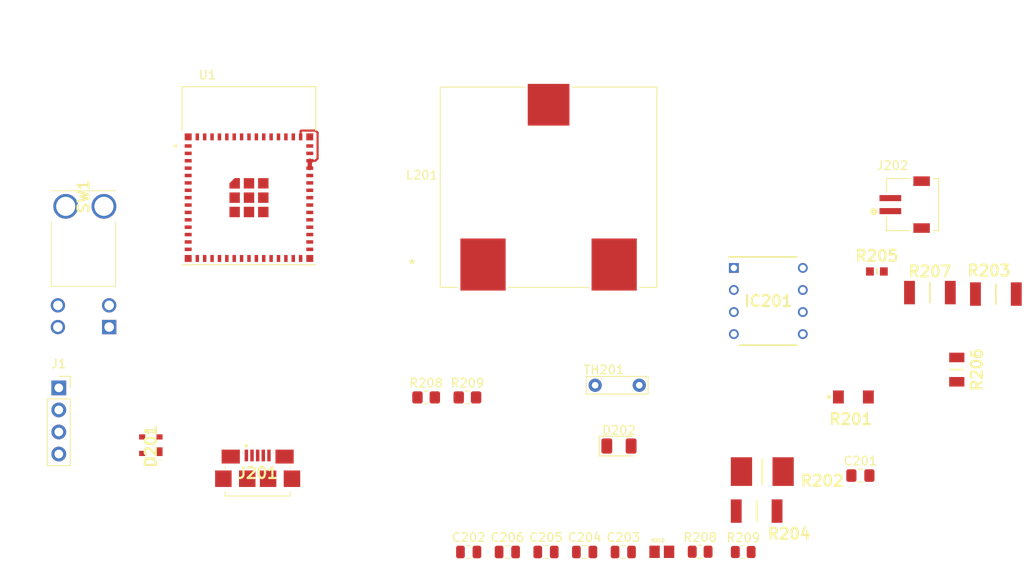
<source format=kicad_pcb>
(kicad_pcb (version 20171130) (host pcbnew "(5.1.12)-1")

  (general
    (thickness 1.6)
    (drawings 0)
    (tracks 8)
    (zones 0)
    (modules 28)
    (nets 54)
  )

  (page A4)
  (layers
    (0 F.Cu signal)
    (31 B.Cu signal)
    (32 B.Adhes user)
    (33 F.Adhes user)
    (34 B.Paste user)
    (35 F.Paste user)
    (36 B.SilkS user)
    (37 F.SilkS user)
    (38 B.Mask user)
    (39 F.Mask user)
    (40 Dwgs.User user)
    (41 Cmts.User user)
    (42 Eco1.User user)
    (43 Eco2.User user)
    (44 Edge.Cuts user)
    (45 Margin user)
    (46 B.CrtYd user)
    (47 F.CrtYd user)
    (48 B.Fab user)
    (49 F.Fab user)
  )

  (setup
    (last_trace_width 0.25)
    (trace_clearance 0.2)
    (zone_clearance 0.508)
    (zone_45_only no)
    (trace_min 0.2)
    (via_size 0.8)
    (via_drill 0.4)
    (via_min_size 0.4)
    (via_min_drill 0.3)
    (uvia_size 0.3)
    (uvia_drill 0.1)
    (uvias_allowed no)
    (uvia_min_size 0.2)
    (uvia_min_drill 0.1)
    (edge_width 0.05)
    (segment_width 0.2)
    (pcb_text_width 0.3)
    (pcb_text_size 1.5 1.5)
    (mod_edge_width 0.12)
    (mod_text_size 1 1)
    (mod_text_width 0.15)
    (pad_size 1.524 1.524)
    (pad_drill 0.762)
    (pad_to_mask_clearance 0)
    (aux_axis_origin 0 0)
    (visible_elements 7FFFFFFF)
    (pcbplotparams
      (layerselection 0x010fc_ffffffff)
      (usegerberextensions false)
      (usegerberattributes true)
      (usegerberadvancedattributes true)
      (creategerberjobfile true)
      (excludeedgelayer true)
      (linewidth 0.100000)
      (plotframeref false)
      (viasonmask false)
      (mode 1)
      (useauxorigin false)
      (hpglpennumber 1)
      (hpglpenspeed 20)
      (hpglpendiameter 15.000000)
      (psnegative false)
      (psa4output false)
      (plotreference true)
      (plotvalue true)
      (plotinvisibletext false)
      (padsonsilk false)
      (subtractmaskfromsilk false)
      (outputformat 1)
      (mirror false)
      (drillshape 1)
      (scaleselection 1)
      (outputdirectory ""))
  )

  (net 0 "")
  (net 1 BAT-)
  (net 2 "Net-(C202-Pad1)")
  (net 3 "Net-(C203-Pad1)")
  (net 4 DC+)
  (net 5 "Net-(C205-Pad2)")
  (net 6 "Net-(C206-Pad1)")
  (net 7 D+)
  (net 8 D-)
  (net 9 "Net-(D202-Pad2)")
  (net 10 "Net-(D202-Pad1)")
  (net 11 "Net-(C201-Pad1)")
  (net 12 "Net-(J201-Pad4)")
  (net 13 BAT+)
  (net 14 "Net-(R203-Pad2)")
  (net 15 "Net-(R207-Pad1)")
  (net 16 "Net-(SW1-Pad1)")
  (net 17 +3V3)
  (net 18 "Net-(U1-Pad40)")
  (net 19 "Net-(U1-Pad39)")
  (net 20 "Net-(U1-Pad38)")
  (net 21 "Net-(U1-Pad37)")
  (net 22 "Net-(U1-Pad36)")
  (net 23 "Net-(U1-Pad35)")
  (net 24 "Net-(U1-Pad34)")
  (net 25 "Net-(U1-Pad33)")
  (net 26 "Net-(U1-Pad32)")
  (net 27 "Net-(U1-Pad31)")
  (net 28 "Net-(U1-Pad30)")
  (net 29 "Net-(U1-Pad29)")
  (net 30 "Net-(U1-Pad28)")
  (net 31 "Net-(U1-Pad27)")
  (net 32 SDA)
  (net 33 SCL)
  (net 34 "Net-(U1-Pad20)")
  (net 35 "Net-(U1-Pad19)")
  (net 36 "Net-(U1-Pad18)")
  (net 37 "Net-(U1-Pad17)")
  (net 38 "Net-(U1-Pad16)")
  (net 39 "Net-(U1-Pad15)")
  (net 40 "Net-(U1-Pad14)")
  (net 41 "Net-(U1-Pad13)")
  (net 42 "Net-(U1-Pad12)")
  (net 43 "Net-(U1-Pad11)")
  (net 44 "Net-(U1-Pad10)")
  (net 45 "Net-(U1-Pad9)")
  (net 46 "Net-(U1-Pad8)")
  (net 47 "Net-(U1-Pad7)")
  (net 48 "Net-(U1-Pad6)")
  (net 49 "Net-(U1-Pad5)")
  (net 50 "Net-(U1-Pad4)")
  (net 51 "Net-(U1-Pad41)")
  (net 52 "Net-(U1-Pad26)")
  (net 53 "Net-(U1-Pad25)")

  (net_class Default "This is the default net class."
    (clearance 0.2)
    (trace_width 0.25)
    (via_dia 0.8)
    (via_drill 0.4)
    (uvia_dia 0.3)
    (uvia_drill 0.1)
    (add_net +3V3)
    (add_net BAT+)
    (add_net BAT-)
    (add_net D+)
    (add_net D-)
    (add_net DC+)
    (add_net "Net-(C201-Pad1)")
    (add_net "Net-(C202-Pad1)")
    (add_net "Net-(C203-Pad1)")
    (add_net "Net-(C205-Pad2)")
    (add_net "Net-(C206-Pad1)")
    (add_net "Net-(D202-Pad1)")
    (add_net "Net-(D202-Pad2)")
    (add_net "Net-(J201-Pad4)")
    (add_net "Net-(R203-Pad2)")
    (add_net "Net-(R207-Pad1)")
    (add_net "Net-(SW1-Pad1)")
    (add_net "Net-(U1-Pad10)")
    (add_net "Net-(U1-Pad11)")
    (add_net "Net-(U1-Pad12)")
    (add_net "Net-(U1-Pad13)")
    (add_net "Net-(U1-Pad14)")
    (add_net "Net-(U1-Pad15)")
    (add_net "Net-(U1-Pad16)")
    (add_net "Net-(U1-Pad17)")
    (add_net "Net-(U1-Pad18)")
    (add_net "Net-(U1-Pad19)")
    (add_net "Net-(U1-Pad20)")
    (add_net "Net-(U1-Pad25)")
    (add_net "Net-(U1-Pad26)")
    (add_net "Net-(U1-Pad27)")
    (add_net "Net-(U1-Pad28)")
    (add_net "Net-(U1-Pad29)")
    (add_net "Net-(U1-Pad30)")
    (add_net "Net-(U1-Pad31)")
    (add_net "Net-(U1-Pad32)")
    (add_net "Net-(U1-Pad33)")
    (add_net "Net-(U1-Pad34)")
    (add_net "Net-(U1-Pad35)")
    (add_net "Net-(U1-Pad36)")
    (add_net "Net-(U1-Pad37)")
    (add_net "Net-(U1-Pad38)")
    (add_net "Net-(U1-Pad39)")
    (add_net "Net-(U1-Pad4)")
    (add_net "Net-(U1-Pad40)")
    (add_net "Net-(U1-Pad41)")
    (add_net "Net-(U1-Pad5)")
    (add_net "Net-(U1-Pad6)")
    (add_net "Net-(U1-Pad7)")
    (add_net "Net-(U1-Pad8)")
    (add_net "Net-(U1-Pad9)")
    (add_net SCL)
    (add_net SDA)
  )

  (module Resistor_SMD:R_0805_2012Metric_Pad1.20x1.40mm_HandSolder (layer F.Cu) (tedit 5F68FEEE) (tstamp 6209D47E)
    (at 153.55 86.3)
    (descr "Resistor SMD 0805 (2012 Metric), square (rectangular) end terminal, IPC_7351 nominal with elongated pad for handsoldering. (Body size source: IPC-SM-782 page 72, https://www.pcb-3d.com/wordpress/wp-content/uploads/ipc-sm-782a_amendment_1_and_2.pdf), generated with kicad-footprint-generator")
    (tags "resistor handsolder")
    (path /61A2F8E2/6209F5C7)
    (attr smd)
    (fp_text reference R209 (at 0 -1.65) (layer F.SilkS)
      (effects (font (size 1 1) (thickness 0.15)))
    )
    (fp_text value 5.7668k (at 0 1.65) (layer F.Fab)
      (effects (font (size 1 1) (thickness 0.15)))
    )
    (fp_text user %R (at 0 0) (layer F.Fab)
      (effects (font (size 0.5 0.5) (thickness 0.08)))
    )
    (fp_line (start -1 0.625) (end -1 -0.625) (layer F.Fab) (width 0.1))
    (fp_line (start -1 -0.625) (end 1 -0.625) (layer F.Fab) (width 0.1))
    (fp_line (start 1 -0.625) (end 1 0.625) (layer F.Fab) (width 0.1))
    (fp_line (start 1 0.625) (end -1 0.625) (layer F.Fab) (width 0.1))
    (fp_line (start -0.227064 -0.735) (end 0.227064 -0.735) (layer F.SilkS) (width 0.12))
    (fp_line (start -0.227064 0.735) (end 0.227064 0.735) (layer F.SilkS) (width 0.12))
    (fp_line (start -1.85 0.95) (end -1.85 -0.95) (layer F.CrtYd) (width 0.05))
    (fp_line (start -1.85 -0.95) (end 1.85 -0.95) (layer F.CrtYd) (width 0.05))
    (fp_line (start 1.85 -0.95) (end 1.85 0.95) (layer F.CrtYd) (width 0.05))
    (fp_line (start 1.85 0.95) (end -1.85 0.95) (layer F.CrtYd) (width 0.05))
    (pad 2 smd roundrect (at 1 0) (size 1.2 1.4) (layers F.Cu F.Paste F.Mask) (roundrect_rratio 0.208333)
      (net 1 BAT-))
    (pad 1 smd roundrect (at -1 0) (size 1.2 1.4) (layers F.Cu F.Paste F.Mask) (roundrect_rratio 0.208333)
      (net 15 "Net-(R207-Pad1)"))
    (model ${KISYS3DMOD}/Resistor_SMD.3dshapes/R_0805_2012Metric.wrl
      (at (xyz 0 0 0))
      (scale (xyz 1 1 1))
      (rotate (xyz 0 0 0))
    )
  )

  (module Resistor_SMD:R_0805_2012Metric_Pad1.20x1.40mm_HandSolder (layer F.Cu) (tedit 5F68FEEE) (tstamp 6209D46D)
    (at 148.8 86.3)
    (descr "Resistor SMD 0805 (2012 Metric), square (rectangular) end terminal, IPC_7351 nominal with elongated pad for handsoldering. (Body size source: IPC-SM-782 page 72, https://www.pcb-3d.com/wordpress/wp-content/uploads/ipc-sm-782a_amendment_1_and_2.pdf), generated with kicad-footprint-generator")
    (tags "resistor handsolder")
    (path /61A2F8E2/620A85C3)
    (attr smd)
    (fp_text reference R208 (at 0 -1.65) (layer F.SilkS)
      (effects (font (size 1 1) (thickness 0.15)))
    )
    (fp_text value 4.8047k (at 0 1.65) (layer F.Fab)
      (effects (font (size 1 1) (thickness 0.15)))
    )
    (fp_text user %R (at 0 0) (layer F.Fab)
      (effects (font (size 0.5 0.5) (thickness 0.08)))
    )
    (fp_line (start -1 0.625) (end -1 -0.625) (layer F.Fab) (width 0.1))
    (fp_line (start -1 -0.625) (end 1 -0.625) (layer F.Fab) (width 0.1))
    (fp_line (start 1 -0.625) (end 1 0.625) (layer F.Fab) (width 0.1))
    (fp_line (start 1 0.625) (end -1 0.625) (layer F.Fab) (width 0.1))
    (fp_line (start -0.227064 -0.735) (end 0.227064 -0.735) (layer F.SilkS) (width 0.12))
    (fp_line (start -0.227064 0.735) (end 0.227064 0.735) (layer F.SilkS) (width 0.12))
    (fp_line (start -1.85 0.95) (end -1.85 -0.95) (layer F.CrtYd) (width 0.05))
    (fp_line (start -1.85 -0.95) (end 1.85 -0.95) (layer F.CrtYd) (width 0.05))
    (fp_line (start 1.85 -0.95) (end 1.85 0.95) (layer F.CrtYd) (width 0.05))
    (fp_line (start 1.85 0.95) (end -1.85 0.95) (layer F.CrtYd) (width 0.05))
    (pad 2 smd roundrect (at 1 0) (size 1.2 1.4) (layers F.Cu F.Paste F.Mask) (roundrect_rratio 0.208333)
      (net 15 "Net-(R207-Pad1)"))
    (pad 1 smd roundrect (at -1 0) (size 1.2 1.4) (layers F.Cu F.Paste F.Mask) (roundrect_rratio 0.208333)
      (net 4 DC+))
    (model ${KISYS3DMOD}/Resistor_SMD.3dshapes/R_0805_2012Metric.wrl
      (at (xyz 0 0 0))
      (scale (xyz 1 1 1))
      (rotate (xyz 0 0 0))
    )
  )

  (module Connector_PinSocket_2.54mm:PinSocket_1x04_P2.54mm_Vertical (layer F.Cu) (tedit 5A19A429) (tstamp 6207F5D6)
    (at 106.5 85.2)
    (descr "Through hole straight socket strip, 1x04, 2.54mm pitch, single row (from Kicad 4.0.7), script generated")
    (tags "Through hole socket strip THT 1x04 2.54mm single row")
    (path /6209986D)
    (fp_text reference J1 (at 0 -2.77) (layer F.SilkS)
      (effects (font (size 1 1) (thickness 0.15)))
    )
    (fp_text value Conn_01x04_Male (at 0 10.39) (layer F.Fab)
      (effects (font (size 1 1) (thickness 0.15)))
    )
    (fp_line (start -1.8 9.4) (end -1.8 -1.8) (layer F.CrtYd) (width 0.05))
    (fp_line (start 1.75 9.4) (end -1.8 9.4) (layer F.CrtYd) (width 0.05))
    (fp_line (start 1.75 -1.8) (end 1.75 9.4) (layer F.CrtYd) (width 0.05))
    (fp_line (start -1.8 -1.8) (end 1.75 -1.8) (layer F.CrtYd) (width 0.05))
    (fp_line (start 0 -1.33) (end 1.33 -1.33) (layer F.SilkS) (width 0.12))
    (fp_line (start 1.33 -1.33) (end 1.33 0) (layer F.SilkS) (width 0.12))
    (fp_line (start 1.33 1.27) (end 1.33 8.95) (layer F.SilkS) (width 0.12))
    (fp_line (start -1.33 8.95) (end 1.33 8.95) (layer F.SilkS) (width 0.12))
    (fp_line (start -1.33 1.27) (end -1.33 8.95) (layer F.SilkS) (width 0.12))
    (fp_line (start -1.33 1.27) (end 1.33 1.27) (layer F.SilkS) (width 0.12))
    (fp_line (start -1.27 8.89) (end -1.27 -1.27) (layer F.Fab) (width 0.1))
    (fp_line (start 1.27 8.89) (end -1.27 8.89) (layer F.Fab) (width 0.1))
    (fp_line (start 1.27 -0.635) (end 1.27 8.89) (layer F.Fab) (width 0.1))
    (fp_line (start 0.635 -1.27) (end 1.27 -0.635) (layer F.Fab) (width 0.1))
    (fp_line (start -1.27 -1.27) (end 0.635 -1.27) (layer F.Fab) (width 0.1))
    (fp_text user %R (at 0 3.81 90) (layer F.Fab)
      (effects (font (size 1 1) (thickness 0.15)))
    )
    (pad 4 thru_hole oval (at 0 7.62) (size 1.7 1.7) (drill 1) (layers *.Cu *.Mask)
      (net 32 SDA))
    (pad 3 thru_hole oval (at 0 5.08) (size 1.7 1.7) (drill 1) (layers *.Cu *.Mask)
      (net 33 SCL))
    (pad 2 thru_hole oval (at 0 2.54) (size 1.7 1.7) (drill 1) (layers *.Cu *.Mask)
      (net 17 +3V3))
    (pad 1 thru_hole rect (at 0 0) (size 1.7 1.7) (drill 1) (layers *.Cu *.Mask)
      (net 1 BAT-))
    (model ${KISYS3DMOD}/Connector_PinSocket_2.54mm.3dshapes/PinSocket_1x04_P2.54mm_Vertical.wrl
      (at (xyz 0 0 0))
      (scale (xyz 1 1 1))
      (rotate (xyz 0 0 0))
    )
  )

  (module SamacSys_Parts:DIP794W53P254L959H508Q8N (layer F.Cu) (tedit 0) (tstamp 6207A615)
    (at 188.2 75.2)
    (descr "P (R-PDIP-T8)")
    (tags "Integrated Circuit")
    (path /61A2F8E2/61E462F8)
    (fp_text reference IC201 (at 0 0) (layer F.SilkS)
      (effects (font (size 1.27 1.27) (thickness 0.254)))
    )
    (fp_text value BQ2000TPN-B5 (at 0 0) (layer F.SilkS) hide
      (effects (font (size 1.27 1.27) (thickness 0.254)))
    )
    (fp_line (start -4.945 -5.33) (end 4.945 -5.33) (layer F.CrtYd) (width 0.05))
    (fp_line (start 4.945 -5.33) (end 4.945 5.33) (layer F.CrtYd) (width 0.05))
    (fp_line (start 4.945 5.33) (end -4.945 5.33) (layer F.CrtYd) (width 0.05))
    (fp_line (start -4.945 5.33) (end -4.945 -5.33) (layer F.CrtYd) (width 0.05))
    (fp_line (start -3.3 -5.08) (end 3.3 -5.08) (layer F.Fab) (width 0.1))
    (fp_line (start 3.3 -5.08) (end 3.3 5.08) (layer F.Fab) (width 0.1))
    (fp_line (start 3.3 5.08) (end -3.3 5.08) (layer F.Fab) (width 0.1))
    (fp_line (start -3.3 5.08) (end -3.3 -5.08) (layer F.Fab) (width 0.1))
    (fp_line (start -3.3 -3.81) (end -2.03 -5.08) (layer F.Fab) (width 0.1))
    (fp_line (start -4.535 -5.08) (end 3.3 -5.08) (layer F.SilkS) (width 0.2))
    (fp_line (start -3.3 5.08) (end 3.3 5.08) (layer F.SilkS) (width 0.2))
    (fp_text user %R (at 0 0) (layer F.Fab)
      (effects (font (size 1.27 1.27) (thickness 0.254)))
    )
    (pad 8 thru_hole circle (at 3.97 -3.81) (size 1.13 1.13) (drill 0.73) (layers *.Cu *.Mask)
      (net 3 "Net-(C203-Pad1)"))
    (pad 7 thru_hole circle (at 3.97 -1.27) (size 1.13 1.13) (drill 0.73) (layers *.Cu *.Mask)
      (net 4 DC+))
    (pad 6 thru_hole circle (at 3.97 1.27) (size 1.13 1.13) (drill 0.73) (layers *.Cu *.Mask)
      (net 5 "Net-(C205-Pad2)"))
    (pad 5 thru_hole circle (at 3.97 3.81) (size 1.13 1.13) (drill 0.73) (layers *.Cu *.Mask)
      (net 6 "Net-(C206-Pad1)"))
    (pad 4 thru_hole circle (at -3.97 3.81) (size 1.13 1.13) (drill 0.73) (layers *.Cu *.Mask)
      (net 11 "Net-(C201-Pad1)"))
    (pad 3 thru_hole circle (at -3.97 1.27) (size 1.13 1.13) (drill 0.73) (layers *.Cu *.Mask)
      (net 10 "Net-(D202-Pad1)"))
    (pad 2 thru_hole circle (at -3.97 -1.27) (size 1.13 1.13) (drill 0.73) (layers *.Cu *.Mask)
      (net 1 BAT-))
    (pad 1 thru_hole rect (at -3.97 -3.81) (size 1.13 1.13) (drill 0.73) (layers *.Cu *.Mask)
      (net 2 "Net-(C202-Pad1)"))
    (model D:\WorkSpace\Capstone\Schematics\libraries\SamacSys_Parts.3dshapes\BQ2000TPN-B5.stp
      (at (xyz 0 0 0))
      (scale (xyz 1 1 1))
      (rotate (xyz 0 0 0))
    )
    (model ${PRJ_LIBRARY}/SamacSys_Parts.3dshapes/BQ2000TPN-B5.stp
      (at (xyz 0 0 0))
      (scale (xyz 1 1 1))
      (rotate (xyz 0 0 0))
    )
  )

  (module Capacitor_SMD:C_0805_2012Metric_Pad1.18x1.45mm_HandSolder (layer F.Cu) (tedit 5F68FEEF) (tstamp 6207B8D2)
    (at 198.8 95.3)
    (descr "Capacitor SMD 0805 (2012 Metric), square (rectangular) end terminal, IPC_7351 nominal with elongated pad for handsoldering. (Body size source: IPC-SM-782 page 76, https://www.pcb-3d.com/wordpress/wp-content/uploads/ipc-sm-782a_amendment_1_and_2.pdf, https://docs.google.com/spreadsheets/d/1BsfQQcO9C6DZCsRaXUlFlo91Tg2WpOkGARC1WS5S8t0/edit?usp=sharing), generated with kicad-footprint-generator")
    (tags "capacitor handsolder")
    (path /61A2F8E2/61E51888)
    (attr smd)
    (fp_text reference C201 (at 0 -1.68) (layer F.SilkS)
      (effects (font (size 1 1) (thickness 0.15)))
    )
    (fp_text value 0.1u (at 0 1.68) (layer F.Fab)
      (effects (font (size 1 1) (thickness 0.15)))
    )
    (fp_line (start -1 0.625) (end -1 -0.625) (layer F.Fab) (width 0.1))
    (fp_line (start -1 -0.625) (end 1 -0.625) (layer F.Fab) (width 0.1))
    (fp_line (start 1 -0.625) (end 1 0.625) (layer F.Fab) (width 0.1))
    (fp_line (start 1 0.625) (end -1 0.625) (layer F.Fab) (width 0.1))
    (fp_line (start -0.261252 -0.735) (end 0.261252 -0.735) (layer F.SilkS) (width 0.12))
    (fp_line (start -0.261252 0.735) (end 0.261252 0.735) (layer F.SilkS) (width 0.12))
    (fp_line (start -1.88 0.98) (end -1.88 -0.98) (layer F.CrtYd) (width 0.05))
    (fp_line (start -1.88 -0.98) (end 1.88 -0.98) (layer F.CrtYd) (width 0.05))
    (fp_line (start 1.88 -0.98) (end 1.88 0.98) (layer F.CrtYd) (width 0.05))
    (fp_line (start 1.88 0.98) (end -1.88 0.98) (layer F.CrtYd) (width 0.05))
    (fp_text user %R (at 0 0) (layer F.Fab)
      (effects (font (size 0.5 0.5) (thickness 0.08)))
    )
    (pad 2 smd roundrect (at 1.0375 0) (size 1.175 1.45) (layers F.Cu F.Paste F.Mask) (roundrect_rratio 0.212766)
      (net 1 BAT-))
    (pad 1 smd roundrect (at -1.0375 0) (size 1.175 1.45) (layers F.Cu F.Paste F.Mask) (roundrect_rratio 0.212766)
      (net 11 "Net-(C201-Pad1)"))
    (model ${KISYS3DMOD}/Capacitor_SMD.3dshapes/C_0805_2012Metric.wrl
      (at (xyz 0 0 0))
      (scale (xyz 1 1 1))
      (rotate (xyz 0 0 0))
    )
  )

  (module ESP32-S3-MINI-1-N8:XCVR_ESP32-S3-MINI-1-N8 (layer F.Cu) (tedit 62074693) (tstamp 6207A7E3)
    (at 128.4 63.3)
    (path /6205E07D)
    (fp_text reference U1 (at -4.775 -14.135) (layer F.SilkS)
      (effects (font (size 1 1) (thickness 0.15)))
    )
    (fp_text value ESP32-S3-MINI-1 (at 6.655 9.135) (layer F.Fab)
      (effects (font (size 1 1) (thickness 0.15)))
    )
    (fp_circle (center -8.45 -5.95) (end -8.35 -5.95) (layer F.Fab) (width 0.2))
    (fp_circle (center -8.45 -5.95) (end -8.35 -5.95) (layer F.SilkS) (width 0.2))
    (fp_line (start 7.95 -13.025) (end -7.95 -13.025) (layer F.CrtYd) (width 0.05))
    (fp_line (start 7.95 7.975) (end 7.95 -13.025) (layer F.CrtYd) (width 0.05))
    (fp_line (start -7.95 7.975) (end 7.95 7.975) (layer F.CrtYd) (width 0.05))
    (fp_line (start -7.95 -13.025) (end -7.95 7.975) (layer F.CrtYd) (width 0.05))
    (fp_line (start -7.7 -7.725) (end -7.7 -12.775) (layer F.SilkS) (width 0.127))
    (fp_line (start 7.7 7.725) (end -7.7 7.725) (layer F.SilkS) (width 0.127))
    (fp_line (start 7.7 -12.775) (end 7.7 -7.725) (layer F.SilkS) (width 0.127))
    (fp_line (start -7.7 -12.775) (end 7.7 -12.775) (layer F.SilkS) (width 0.127))
    (fp_poly (pts (xy -2.25 -1.05) (xy -1.05 -1.05) (xy -1.05 -2.25) (xy -1.65 -2.25)
      (xy -2.25 -1.65)) (layer F.Paste) (width 0.01))
    (fp_poly (pts (xy -2.35 -0.95) (xy -0.95 -0.95) (xy -0.95 -2.35) (xy -1.7 -2.35)
      (xy -2.35 -1.7)) (layer F.Mask) (width 0.01))
    (fp_poly (pts (xy -7.7 -12.775) (xy 7.7 -12.775) (xy 7.7 -7.725) (xy -7.7 -7.725)) (layer Dwgs.User) (width 0.01))
    (fp_poly (pts (xy -7.7 -12.775) (xy 7.7 -12.775) (xy 7.7 -7.725) (xy -7.7 -7.725)) (layer Dwgs.User) (width 0.01))
    (fp_poly (pts (xy -7.7 -12.775) (xy 7.7 -12.775) (xy 7.7 -7.725) (xy -7.7 -7.725)) (layer Dwgs.User) (width 0.01))
    (fp_line (start -7.7 -7.725) (end 7.7 -7.725) (layer F.Fab) (width 0.127))
    (fp_line (start -7.7 -7.725) (end -7.7 -12.775) (layer F.Fab) (width 0.127))
    (fp_line (start -7.7 7.725) (end -7.7 -7.725) (layer F.Fab) (width 0.127))
    (fp_line (start 7.7 7.725) (end -7.7 7.725) (layer F.Fab) (width 0.127))
    (fp_line (start 7.7 -7.725) (end 7.7 7.725) (layer F.Fab) (width 0.127))
    (fp_line (start 7.7 -12.775) (end 7.7 -7.725) (layer F.Fab) (width 0.127))
    (fp_line (start -7.7 -12.775) (end 7.7 -12.775) (layer F.Fab) (width 0.127))
    (pad 61_8 smd rect (at -1.65 0) (size 1.2 1.2) (layers F.Cu F.Paste F.Mask))
    (pad 61_7 smd rect (at -1.65 1.65) (size 1.2 1.2) (layers F.Cu F.Paste F.Mask))
    (pad 61_6 smd rect (at 0 1.65) (size 1.2 1.2) (layers F.Cu F.Paste F.Mask))
    (pad 61_5 smd rect (at 1.65 1.65) (size 1.2 1.2) (layers F.Cu F.Paste F.Mask))
    (pad 61_4 smd rect (at 1.65 0) (size 1.2 1.2) (layers F.Cu F.Paste F.Mask))
    (pad 61_3 smd rect (at 1.65 -1.65) (size 1.2 1.2) (layers F.Cu F.Paste F.Mask))
    (pad 61_2 smd rect (at 0 -1.65) (size 1.2 1.2) (layers F.Cu F.Paste F.Mask))
    (pad 61 smd rect (at 0 0) (size 1.2 1.2) (layers F.Cu F.Paste F.Mask))
    (pad 61_1 smd custom (at -1.65 -1.65) (size 0.4 0.4) (layers F.Cu)
      (zone_connect 0)
      (options (clearance outline) (anchor rect))
      (primitives
        (gr_poly (pts
           (xy -0.6 0.6) (xy 0.6 0.6) (xy 0.6 -0.6) (xy 0 -0.6) (xy -0.6 0)
) (width 0.01))
      ))
    (pad 60 smd rect (at -5.95 -7) (size 0.4 0.8) (layers F.Cu F.Paste F.Mask))
    (pad 59 smd rect (at -5.1 -7) (size 0.4 0.8) (layers F.Cu F.Paste F.Mask))
    (pad 58 smd rect (at -4.25 -7) (size 0.4 0.8) (layers F.Cu F.Paste F.Mask))
    (pad 57 smd rect (at -3.4 -7) (size 0.4 0.8) (layers F.Cu F.Paste F.Mask))
    (pad 56 smd rect (at -2.55 -7) (size 0.4 0.8) (layers F.Cu F.Paste F.Mask))
    (pad 55 smd rect (at -1.7 -7) (size 0.4 0.8) (layers F.Cu F.Paste F.Mask))
    (pad 54 smd rect (at -0.85 -7) (size 0.4 0.8) (layers F.Cu F.Paste F.Mask))
    (pad 53 smd rect (at 0 -7) (size 0.4 0.8) (layers F.Cu F.Paste F.Mask))
    (pad 52 smd rect (at 0.85 -7) (size 0.4 0.8) (layers F.Cu F.Paste F.Mask))
    (pad 51 smd rect (at 1.7 -7) (size 0.4 0.8) (layers F.Cu F.Paste F.Mask))
    (pad 50 smd rect (at 2.55 -7) (size 0.4 0.8) (layers F.Cu F.Paste F.Mask))
    (pad 49 smd rect (at 3.4 -7) (size 0.4 0.8) (layers F.Cu F.Paste F.Mask))
    (pad 48 smd rect (at 4.25 -7) (size 0.4 0.8) (layers F.Cu F.Paste F.Mask))
    (pad 47 smd rect (at 5.1 -7) (size 0.4 0.8) (layers F.Cu F.Paste F.Mask))
    (pad 46 smd rect (at 5.95 -7) (size 0.4 0.8) (layers F.Cu F.Paste F.Mask)
      (net 1 BAT-))
    (pad 45 smd rect (at 7 -5.95) (size 0.8 0.4) (layers F.Cu F.Paste F.Mask)
      (net 17 +3V3))
    (pad 44 smd rect (at 7 -5.1) (size 0.8 0.4) (layers F.Cu F.Paste F.Mask)
      (net 16 "Net-(SW1-Pad1)"))
    (pad 43 smd rect (at 7 -4.25) (size 0.8 0.4) (layers F.Cu F.Paste F.Mask)
      (net 1 BAT-))
    (pad 42 smd rect (at 7 -3.4) (size 0.8 0.4) (layers F.Cu F.Paste F.Mask)
      (net 1 BAT-))
    (pad 41 smd rect (at 7 -2.55) (size 0.8 0.4) (layers F.Cu F.Paste F.Mask)
      (net 51 "Net-(U1-Pad41)"))
    (pad 40 smd rect (at 7 -1.7) (size 0.8 0.4) (layers F.Cu F.Paste F.Mask)
      (net 18 "Net-(U1-Pad40)"))
    (pad 39 smd rect (at 7 -0.85) (size 0.8 0.4) (layers F.Cu F.Paste F.Mask)
      (net 19 "Net-(U1-Pad39)"))
    (pad 38 smd rect (at 7 0) (size 0.8 0.4) (layers F.Cu F.Paste F.Mask)
      (net 20 "Net-(U1-Pad38)"))
    (pad 37 smd rect (at 7 0.85) (size 0.8 0.4) (layers F.Cu F.Paste F.Mask)
      (net 21 "Net-(U1-Pad37)"))
    (pad 36 smd rect (at 7 1.7) (size 0.8 0.4) (layers F.Cu F.Paste F.Mask)
      (net 22 "Net-(U1-Pad36)"))
    (pad 35 smd rect (at 7 2.55) (size 0.8 0.4) (layers F.Cu F.Paste F.Mask)
      (net 23 "Net-(U1-Pad35)"))
    (pad 34 smd rect (at 7 3.4) (size 0.8 0.4) (layers F.Cu F.Paste F.Mask)
      (net 24 "Net-(U1-Pad34)"))
    (pad 33 smd rect (at 7 4.25) (size 0.8 0.4) (layers F.Cu F.Paste F.Mask)
      (net 25 "Net-(U1-Pad33)"))
    (pad 32 smd rect (at 7 5.1) (size 0.8 0.4) (layers F.Cu F.Paste F.Mask)
      (net 26 "Net-(U1-Pad32)"))
    (pad 31 smd rect (at 7 5.95) (size 0.8 0.4) (layers F.Cu F.Paste F.Mask)
      (net 27 "Net-(U1-Pad31)"))
    (pad 30 smd rect (at 5.95 7) (size 0.4 0.8) (layers F.Cu F.Paste F.Mask)
      (net 28 "Net-(U1-Pad30)"))
    (pad 29 smd rect (at 5.1 7) (size 0.4 0.8) (layers F.Cu F.Paste F.Mask)
      (net 29 "Net-(U1-Pad29)"))
    (pad 28 smd rect (at 4.25 7) (size 0.4 0.8) (layers F.Cu F.Paste F.Mask)
      (net 30 "Net-(U1-Pad28)"))
    (pad 27 smd rect (at 3.4 7) (size 0.4 0.8) (layers F.Cu F.Paste F.Mask)
      (net 31 "Net-(U1-Pad27)"))
    (pad 26 smd rect (at 2.55 7) (size 0.4 0.8) (layers F.Cu F.Paste F.Mask)
      (net 52 "Net-(U1-Pad26)"))
    (pad 25 smd rect (at 1.7 7) (size 0.4 0.8) (layers F.Cu F.Paste F.Mask)
      (net 53 "Net-(U1-Pad25)"))
    (pad 24 smd rect (at 0.85 7) (size 0.4 0.8) (layers F.Cu F.Paste F.Mask)
      (net 7 D+))
    (pad 23 smd rect (at 0 7) (size 0.4 0.8) (layers F.Cu F.Paste F.Mask)
      (net 8 D-))
    (pad 22 smd rect (at -0.85 7) (size 0.4 0.8) (layers F.Cu F.Paste F.Mask)
      (net 32 SDA))
    (pad 21 smd rect (at -1.7 7) (size 0.4 0.8) (layers F.Cu F.Paste F.Mask)
      (net 33 SCL))
    (pad 20 smd rect (at -2.55 7) (size 0.4 0.8) (layers F.Cu F.Paste F.Mask)
      (net 34 "Net-(U1-Pad20)"))
    (pad 19 smd rect (at -3.4 7) (size 0.4 0.8) (layers F.Cu F.Paste F.Mask)
      (net 35 "Net-(U1-Pad19)"))
    (pad 18 smd rect (at -4.25 7) (size 0.4 0.8) (layers F.Cu F.Paste F.Mask)
      (net 36 "Net-(U1-Pad18)"))
    (pad 17 smd rect (at -5.1 7) (size 0.4 0.8) (layers F.Cu F.Paste F.Mask)
      (net 37 "Net-(U1-Pad17)"))
    (pad 16 smd rect (at -5.95 7) (size 0.4 0.8) (layers F.Cu F.Paste F.Mask)
      (net 38 "Net-(U1-Pad16)"))
    (pad 15 smd rect (at -7 5.95) (size 0.8 0.4) (layers F.Cu F.Paste F.Mask)
      (net 39 "Net-(U1-Pad15)"))
    (pad 14 smd rect (at -7 5.1) (size 0.8 0.4) (layers F.Cu F.Paste F.Mask)
      (net 40 "Net-(U1-Pad14)"))
    (pad 13 smd rect (at -7 4.25) (size 0.8 0.4) (layers F.Cu F.Paste F.Mask)
      (net 41 "Net-(U1-Pad13)"))
    (pad 12 smd rect (at -7 3.4) (size 0.8 0.4) (layers F.Cu F.Paste F.Mask)
      (net 42 "Net-(U1-Pad12)"))
    (pad 11 smd rect (at -7 2.55) (size 0.8 0.4) (layers F.Cu F.Paste F.Mask)
      (net 43 "Net-(U1-Pad11)"))
    (pad 10 smd rect (at -7 1.7) (size 0.8 0.4) (layers F.Cu F.Paste F.Mask)
      (net 44 "Net-(U1-Pad10)"))
    (pad 9 smd rect (at -7 0.85) (size 0.8 0.4) (layers F.Cu F.Paste F.Mask)
      (net 45 "Net-(U1-Pad9)"))
    (pad 8 smd rect (at -7 0) (size 0.8 0.4) (layers F.Cu F.Paste F.Mask)
      (net 46 "Net-(U1-Pad8)"))
    (pad 7 smd rect (at -7 -0.85) (size 0.8 0.4) (layers F.Cu F.Paste F.Mask)
      (net 47 "Net-(U1-Pad7)"))
    (pad 6 smd rect (at -7 -1.7) (size 0.8 0.4) (layers F.Cu F.Paste F.Mask)
      (net 48 "Net-(U1-Pad6)"))
    (pad 5 smd rect (at -7 -2.55) (size 0.8 0.4) (layers F.Cu F.Paste F.Mask)
      (net 49 "Net-(U1-Pad5)"))
    (pad 4 smd rect (at -7 -3.4) (size 0.8 0.4) (layers F.Cu F.Paste F.Mask)
      (net 50 "Net-(U1-Pad4)"))
    (pad 3 smd rect (at -7 -4.25) (size 0.8 0.4) (layers F.Cu F.Paste F.Mask)
      (net 17 +3V3))
    (pad 2 smd rect (at -7 -5.1) (size 0.8 0.4) (layers F.Cu F.Paste F.Mask)
      (net 1 BAT-))
    (pad 1 smd rect (at -7 -5.95) (size 0.8 0.4) (layers F.Cu F.Paste F.Mask)
      (net 1 BAT-))
    (pad 64 smd rect (at 7 7) (size 0.8 0.8) (layers F.Cu F.Paste F.Mask))
    (pad 65 smd rect (at 7 -7) (size 0.8 0.8) (layers F.Cu F.Paste F.Mask))
    (pad 63 smd rect (at -7 7) (size 0.8 0.8) (layers F.Cu F.Paste F.Mask))
    (pad 62 smd rect (at -7 -7) (size 0.8 0.8) (layers F.Cu F.Paste F.Mask))
    (model ${PRJ_LIBRARY}/ESP32-S3-MINI-1-N8/ESP32-S3-MINI-1-N8.step
      (at (xyz 0 0 0))
      (scale (xyz 1 1 1))
      (rotate (xyz -90 0 0))
    )
  )

  (module SamacSys_Parts:Thermistor_THT (layer F.Cu) (tedit 6205F252) (tstamp 6207A780)
    (at 170.8 84.9)
    (path /61A2F8E2/61E7B984)
    (fp_text reference TH201 (at -1.524 -1.778) (layer F.SilkS)
      (effects (font (size 1 1) (thickness 0.15)))
    )
    (fp_text value Thermistor (at 0.1 -3.4) (layer F.Fab)
      (effects (font (size 1 1) (thickness 0.15)))
    )
    (fp_line (start -3.556 1.016) (end -3.556 -1.016) (layer F.SilkS) (width 0.12))
    (fp_line (start 3.556 1.016) (end -3.556 1.016) (layer F.SilkS) (width 0.12))
    (fp_line (start 3.556 -1.016) (end 3.556 1.016) (layer F.SilkS) (width 0.12))
    (fp_line (start -3.556 -1.016) (end 3.556 -1.016) (layer F.SilkS) (width 0.12))
    (pad 1 thru_hole circle (at -2.54 0) (size 1.524 1.524) (drill 0.762) (layers *.Cu *.Mask)
      (net 1 BAT-))
    (pad 2 thru_hole circle (at 2.54 0) (size 1.524 1.524) (drill 0.762) (layers *.Cu *.Mask)
      (net 15 "Net-(R207-Pad1)"))
  )

  (module SamacSys_Parts:PB400EEQR1BLK (layer F.Cu) (tedit 6205EF11) (tstamp 6207A776)
    (at 112.3 78.2 90)
    (descr PB400EEQR1BLK-1)
    (tags Switch)
    (path /620C5E9D)
    (fp_text reference SW1 (at 15.032 -2.95 90) (layer F.SilkS)
      (effects (font (size 1.27 1.27) (thickness 0.254)))
    )
    (fp_text value SW_DPST (at 15.032 -2.95 90) (layer F.SilkS) hide
      (effects (font (size 1.27 1.27) (thickness 0.254)))
    )
    (fp_line (start 0 -2.8) (end 15.6464 -2.8448) (layer Dwgs.User) (width 0.12))
    (fp_line (start 15.69 -6.65) (end 15.69 0.75) (layer F.SilkS) (width 0.1))
    (fp_line (start 4.69 0.75) (end 12.19 0.75) (layer F.SilkS) (width 0.1))
    (fp_line (start 4.69 -6.65) (end 4.69 0.75) (layer F.SilkS) (width 0.1))
    (fp_line (start 12.19 -6.65) (end 4.69 -6.65) (layer F.SilkS) (width 0.1))
    (fp_line (start 15.69 1.45) (end 15.69 0.75) (layer F.Fab) (width 0.2))
    (fp_line (start 30.89 1.45) (end 15.69 1.45) (layer F.Fab) (width 0.2))
    (fp_line (start 30.89 -7.35) (end 30.89 1.45) (layer F.Fab) (width 0.2))
    (fp_line (start 15.69 -7.35) (end 30.89 -7.35) (layer F.Fab) (width 0.2))
    (fp_line (start 15.69 -6.65) (end 15.69 -7.35) (layer F.Fab) (width 0.2))
    (fp_line (start -1.825 2.45) (end -1.825 -8.35) (layer F.CrtYd) (width 0.1))
    (fp_line (start 31.89 2.45) (end -1.825 2.45) (layer F.CrtYd) (width 0.1))
    (fp_line (start 31.89 -8.35) (end 31.89 2.45) (layer F.CrtYd) (width 0.1))
    (fp_line (start -1.825 -8.35) (end 31.89 -8.35) (layer F.CrtYd) (width 0.1))
    (fp_line (start 4.69 0.75) (end 4.69 -6.65) (layer F.Fab) (width 0.2))
    (fp_line (start 15.69 0.75) (end 4.69 0.75) (layer F.Fab) (width 0.2))
    (fp_line (start 15.69 -6.65) (end 15.69 0.75) (layer F.Fab) (width 0.2))
    (fp_line (start 4.69 -6.65) (end 15.69 -6.65) (layer F.Fab) (width 0.2))
    (fp_text user %R (at 15.032 -2.95 90) (layer F.Fab)
      (effects (font (size 1.27 1.27) (thickness 0.254)))
    )
    (pad 5 thru_hole circle (at 13.9 -0.6 90) (size 2.85 2.85) (drill 2.2) (layers *.Cu *.Mask))
    (pad 6 thru_hole circle (at 13.9 -5 90) (size 2.85 2.85) (drill 2.2) (layers *.Cu *.Mask))
    (pad 4 thru_hole circle (at 2.5 -5.9 90) (size 1.65 1.65) (drill 1.1) (layers *.Cu *.Mask)
      (net 1 BAT-))
    (pad 3 thru_hole circle (at 0 -5.9 90) (size 1.65 1.65) (drill 1.1) (layers *.Cu *.Mask)
      (net 16 "Net-(SW1-Pad1)"))
    (pad 2 thru_hole circle (at 2.5 0 90) (size 1.65 1.65) (drill 1.1) (layers *.Cu *.Mask)
      (net 1 BAT-))
    (pad 1 thru_hole rect (at 0 0 90) (size 1.65 1.65) (drill 1.1) (layers *.Cu *.Mask)
      (net 16 "Net-(SW1-Pad1)"))
    (model D:/dev/SamacSys/SamacSys_Parts.3dshapes/PB400EEQR1BLK--3DModel-STEP-520916.STEP
      (offset (xyz 15.7 2.8 5))
      (scale (xyz 1 1 1))
      (rotate (xyz 0 0 180))
    )
  )

  (module RNCP0805FTD22K1:RESC2012X60N (layer F.Cu) (tedit 6206B6A6) (tstamp 6207A759)
    (at 175.935 104.08)
    (path /61A2F8E2/61E84528)
    (fp_text reference R210 (at -0.44 -1.3) (layer F.SilkS)
      (effects (font (size 0.393701 0.393701) (thickness 0.15)))
    )
    (fp_text value 22.1k (at 1.31 1.3) (layer F.Fab)
      (effects (font (size 0.393701 0.393701) (thickness 0.15)))
    )
    (fp_line (start 1.07 0.7) (end -1.07 0.7) (layer F.Fab) (width 0.127))
    (fp_line (start 1.07 -0.7) (end -1.07 -0.7) (layer F.Fab) (width 0.127))
    (fp_line (start 1.07 0.7) (end 1.07 -0.7) (layer F.Fab) (width 0.127))
    (fp_line (start -1.07 0.7) (end -1.07 -0.7) (layer F.Fab) (width 0.127))
    (fp_line (start -1.685 0.96) (end 1.685 0.96) (layer F.CrtYd) (width 0.05))
    (fp_line (start -1.685 -0.96) (end 1.685 -0.96) (layer F.CrtYd) (width 0.05))
    (fp_line (start -1.685 0.96) (end -1.685 -0.96) (layer F.CrtYd) (width 0.05))
    (fp_line (start 1.685 0.96) (end 1.685 -0.96) (layer F.CrtYd) (width 0.05))
    (pad 2 smd rect (at 0.835 0) (size 1.2 1.42) (layers F.Cu F.Paste F.Mask)
      (net 5 "Net-(C205-Pad2)"))
    (pad 1 smd rect (at -0.835 0) (size 1.2 1.42) (layers F.Cu F.Paste F.Mask)
      (net 1 BAT-))
  )

  (module Resistor_SMD:R_0805_2012Metric (layer F.Cu) (tedit 5F68FEEE) (tstamp 6207A74B)
    (at 185.31 104.1)
    (descr "Resistor SMD 0805 (2012 Metric), square (rectangular) end terminal, IPC_7351 nominal, (Body size source: IPC-SM-782 page 72, https://www.pcb-3d.com/wordpress/wp-content/uploads/ipc-sm-782a_amendment_1_and_2.pdf), generated with kicad-footprint-generator")
    (tags resistor)
    (path /61A2F8E2/61E73436)
    (attr smd)
    (fp_text reference R209 (at 0 -1.65) (layer F.SilkS)
      (effects (font (size 1 1) (thickness 0.15)))
    )
    (fp_text value R_T2 (at 0 1.65) (layer F.Fab)
      (effects (font (size 1 1) (thickness 0.15)))
    )
    (fp_line (start -1 0.625) (end -1 -0.625) (layer F.Fab) (width 0.1))
    (fp_line (start -1 -0.625) (end 1 -0.625) (layer F.Fab) (width 0.1))
    (fp_line (start 1 -0.625) (end 1 0.625) (layer F.Fab) (width 0.1))
    (fp_line (start 1 0.625) (end -1 0.625) (layer F.Fab) (width 0.1))
    (fp_line (start -0.227064 -0.735) (end 0.227064 -0.735) (layer F.SilkS) (width 0.12))
    (fp_line (start -0.227064 0.735) (end 0.227064 0.735) (layer F.SilkS) (width 0.12))
    (fp_line (start -1.68 0.95) (end -1.68 -0.95) (layer F.CrtYd) (width 0.05))
    (fp_line (start -1.68 -0.95) (end 1.68 -0.95) (layer F.CrtYd) (width 0.05))
    (fp_line (start 1.68 -0.95) (end 1.68 0.95) (layer F.CrtYd) (width 0.05))
    (fp_line (start 1.68 0.95) (end -1.68 0.95) (layer F.CrtYd) (width 0.05))
    (fp_text user %R (at 0 0) (layer F.Fab)
      (effects (font (size 0.5 0.5) (thickness 0.08)))
    )
    (pad 2 smd roundrect (at 0.9125 0) (size 1.025 1.4) (layers F.Cu F.Paste F.Mask) (roundrect_rratio 0.243902)
      (net 1 BAT-))
    (pad 1 smd roundrect (at -0.9125 0) (size 1.025 1.4) (layers F.Cu F.Paste F.Mask) (roundrect_rratio 0.243902)
      (net 15 "Net-(R207-Pad1)"))
    (model ${KISYS3DMOD}/Resistor_SMD.3dshapes/R_0805_2012Metric.wrl
      (at (xyz 0 0 0))
      (scale (xyz 1 1 1))
      (rotate (xyz 0 0 0))
    )
  )

  (module Resistor_SMD:R_0805_2012Metric (layer F.Cu) (tedit 5F68FEEE) (tstamp 6207A73A)
    (at 180.35 104.07)
    (descr "Resistor SMD 0805 (2012 Metric), square (rectangular) end terminal, IPC_7351 nominal, (Body size source: IPC-SM-782 page 72, https://www.pcb-3d.com/wordpress/wp-content/uploads/ipc-sm-782a_amendment_1_and_2.pdf), generated with kicad-footprint-generator")
    (tags resistor)
    (path /61A2F8E2/61E72193)
    (attr smd)
    (fp_text reference R208 (at 0 -1.65) (layer F.SilkS)
      (effects (font (size 1 1) (thickness 0.15)))
    )
    (fp_text value R_T1 (at 0 1.65) (layer F.Fab)
      (effects (font (size 1 1) (thickness 0.15)))
    )
    (fp_line (start -1 0.625) (end -1 -0.625) (layer F.Fab) (width 0.1))
    (fp_line (start -1 -0.625) (end 1 -0.625) (layer F.Fab) (width 0.1))
    (fp_line (start 1 -0.625) (end 1 0.625) (layer F.Fab) (width 0.1))
    (fp_line (start 1 0.625) (end -1 0.625) (layer F.Fab) (width 0.1))
    (fp_line (start -0.227064 -0.735) (end 0.227064 -0.735) (layer F.SilkS) (width 0.12))
    (fp_line (start -0.227064 0.735) (end 0.227064 0.735) (layer F.SilkS) (width 0.12))
    (fp_line (start -1.68 0.95) (end -1.68 -0.95) (layer F.CrtYd) (width 0.05))
    (fp_line (start -1.68 -0.95) (end 1.68 -0.95) (layer F.CrtYd) (width 0.05))
    (fp_line (start 1.68 -0.95) (end 1.68 0.95) (layer F.CrtYd) (width 0.05))
    (fp_line (start 1.68 0.95) (end -1.68 0.95) (layer F.CrtYd) (width 0.05))
    (fp_text user %R (at 0 0) (layer F.Fab)
      (effects (font (size 0.5 0.5) (thickness 0.08)))
    )
    (pad 2 smd roundrect (at 0.9125 0) (size 1.025 1.4) (layers F.Cu F.Paste F.Mask) (roundrect_rratio 0.243902)
      (net 15 "Net-(R207-Pad1)"))
    (pad 1 smd roundrect (at -0.9125 0) (size 1.025 1.4) (layers F.Cu F.Paste F.Mask) (roundrect_rratio 0.243902)
      (net 4 DC+))
    (model ${KISYS3DMOD}/Resistor_SMD.3dshapes/R_0805_2012Metric.wrl
      (at (xyz 0 0 0))
      (scale (xyz 1 1 1))
      (rotate (xyz 0 0 0))
    )
  )

  (module SamacSys_Parts:RESC5025X70N (layer F.Cu) (tedit 0) (tstamp 6207A729)
    (at 206.805 74.23)
    (descr CHV2010-1)
    (tags Resistor)
    (path /61A2F8E2/61E719A1)
    (attr smd)
    (fp_text reference R207 (at 0 -2.43) (layer F.SilkS)
      (effects (font (size 1.27 1.27) (thickness 0.254)))
    )
    (fp_text value 100k (at 0 2.57) (layer F.SilkS) hide
      (effects (font (size 1.27 1.27) (thickness 0.254)))
    )
    (fp_line (start 0 -1.15) (end 0 1.15) (layer F.SilkS) (width 0.2))
    (fp_line (start -2.5 1.25) (end -2.5 -1.25) (layer F.Fab) (width 0.1))
    (fp_line (start 2.5 1.25) (end -2.5 1.25) (layer F.Fab) (width 0.1))
    (fp_line (start 2.5 -1.25) (end 2.5 1.25) (layer F.Fab) (width 0.1))
    (fp_line (start -2.5 -1.25) (end 2.5 -1.25) (layer F.Fab) (width 0.1))
    (fp_line (start -3.225 1.6) (end -3.225 -1.6) (layer F.CrtYd) (width 0.05))
    (fp_line (start 3.225 1.6) (end -3.225 1.6) (layer F.CrtYd) (width 0.05))
    (fp_line (start 3.225 -1.6) (end 3.225 1.6) (layer F.CrtYd) (width 0.05))
    (fp_line (start -3.225 -1.6) (end 3.225 -1.6) (layer F.CrtYd) (width 0.05))
    (fp_text user %R (at -0.005 -2.33) (layer F.Fab)
      (effects (font (size 1.27 1.27) (thickness 0.254)))
    )
    (pad 2 smd rect (at 2.35 0) (size 1.25 2.7) (layers F.Cu F.Paste F.Mask)
      (net 6 "Net-(C206-Pad1)"))
    (pad 1 smd rect (at -2.35 0) (size 1.25 2.7) (layers F.Cu F.Paste F.Mask)
      (net 15 "Net-(R207-Pad1)"))
    (model D:\dev\SamacSys\SamacSys_Parts.3dshapes\CHV2010AJW-104ELF.stp
      (at (xyz 0 0 0))
      (scale (xyz 1 1 1))
      (rotate (xyz 0 0 0))
    )
  )

  (module SamacSys_Parts:RESC3116X65N (layer F.Cu) (tedit 0) (tstamp 6207A719)
    (at 209.9 83.1 90)
    (descr "1206(3.10mm x 1.60mm)")
    (tags Resistor)
    (path /61A2F8E2/61E65328)
    (attr smd)
    (fp_text reference R206 (at 0 2.3 90) (layer F.SilkS)
      (effects (font (size 1.27 1.27) (thickness 0.254)))
    )
    (fp_text value 220 (at 0 0 90) (layer F.SilkS) hide
      (effects (font (size 1.27 1.27) (thickness 0.254)))
    )
    (fp_line (start -2.2 -1.15) (end 2.2 -1.15) (layer F.CrtYd) (width 0.05))
    (fp_line (start 2.2 -1.15) (end 2.2 1.15) (layer F.CrtYd) (width 0.05))
    (fp_line (start 2.2 1.15) (end -2.2 1.15) (layer F.CrtYd) (width 0.05))
    (fp_line (start -2.2 1.15) (end -2.2 -1.15) (layer F.CrtYd) (width 0.05))
    (fp_line (start -1.55 -0.8) (end 1.55 -0.8) (layer F.Fab) (width 0.1))
    (fp_line (start 1.55 -0.8) (end 1.55 0.8) (layer F.Fab) (width 0.1))
    (fp_line (start 1.55 0.8) (end -1.55 0.8) (layer F.Fab) (width 0.1))
    (fp_line (start -1.55 0.8) (end -1.55 -0.8) (layer F.Fab) (width 0.1))
    (fp_line (start 0 -0.7) (end 0 0.7) (layer F.SilkS) (width 0.2))
    (fp_text user %R (at 0 0 90) (layer F.Fab)
      (effects (font (size 1.27 1.27) (thickness 0.254)))
    )
    (pad 2 smd rect (at 1.4 0 90) (size 1.1 1.75) (layers F.Cu F.Paste F.Mask)
      (net 9 "Net-(D202-Pad2)"))
    (pad 1 smd rect (at -1.4 0 90) (size 1.1 1.75) (layers F.Cu F.Paste F.Mask)
      (net 4 DC+))
    (model C:\Users\hansr\Desktop\CAPSTONE\Schematics\libraries\SamacSys_Parts.3dshapes\CMP1206AFX-2200ELF.stp
      (at (xyz 0 0 0))
      (scale (xyz 1 1 1))
      (rotate (xyz 0 0 0))
    )
  )

  (module SamacSys_Parts:RESC1608X55N (layer F.Cu) (tedit 0) (tstamp 6207A709)
    (at 200.7 71.8)
    (descr CHV0603)
    (tags Resistor)
    (path /61A2F8E2/61E5C7B1)
    (attr smd)
    (fp_text reference R205 (at 0 -1.8) (layer F.SilkS)
      (effects (font (size 1.27 1.27) (thickness 0.254)))
    )
    (fp_text value 200k (at 0.1 1.7) (layer F.SilkS) hide
      (effects (font (size 1.27 1.27) (thickness 0.254)))
    )
    (fp_line (start 0 -0.3) (end 0 0.3) (layer F.SilkS) (width 0.2))
    (fp_line (start -0.8 0.4) (end -0.8 -0.4) (layer F.Fab) (width 0.1))
    (fp_line (start 0.8 0.4) (end -0.8 0.4) (layer F.Fab) (width 0.1))
    (fp_line (start 0.8 -0.4) (end 0.8 0.4) (layer F.Fab) (width 0.1))
    (fp_line (start -0.8 -0.4) (end 0.8 -0.4) (layer F.Fab) (width 0.1))
    (fp_line (start -1.5 0.75) (end -1.5 -0.75) (layer F.CrtYd) (width 0.05))
    (fp_line (start 1.5 0.75) (end -1.5 0.75) (layer F.CrtYd) (width 0.05))
    (fp_line (start 1.5 -0.75) (end 1.5 0.75) (layer F.CrtYd) (width 0.05))
    (fp_line (start -1.5 -0.75) (end 1.5 -0.75) (layer F.CrtYd) (width 0.05))
    (fp_text user %R (at 0 -1.6) (layer F.Fab)
      (effects (font (size 1.27 1.27) (thickness 0.254)))
    )
    (pad 2 smd rect (at 0.8 0) (size 0.9 0.95) (layers F.Cu F.Paste F.Mask)
      (net 14 "Net-(R203-Pad2)"))
    (pad 1 smd rect (at -0.8 0) (size 0.9 0.95) (layers F.Cu F.Paste F.Mask)
      (net 13 BAT+))
    (model D:\dev\SamacSys\SamacSys_Parts.3dshapes\CHV0603AFX-2003ELF.stp
      (at (xyz 0 0 0))
      (scale (xyz 1 1 1))
      (rotate (xyz 0 0 0))
    )
  )

  (module SamacSys_Parts:RESC5025X70N (layer F.Cu) (tedit 0) (tstamp 6207A6F9)
    (at 186.855 99.39)
    (descr CHV2010-1)
    (tags Resistor)
    (path /61A2F8E2/61E592A8)
    (attr smd)
    (fp_text reference R204 (at 3.745 2.61) (layer F.SilkS)
      (effects (font (size 1.27 1.27) (thickness 0.254)))
    )
    (fp_text value 100k (at 0 0) (layer F.SilkS) hide
      (effects (font (size 1.27 1.27) (thickness 0.254)))
    )
    (fp_line (start 0 -1.15) (end 0 1.15) (layer F.SilkS) (width 0.2))
    (fp_line (start -2.5 1.25) (end -2.5 -1.25) (layer F.Fab) (width 0.1))
    (fp_line (start 2.5 1.25) (end -2.5 1.25) (layer F.Fab) (width 0.1))
    (fp_line (start 2.5 -1.25) (end 2.5 1.25) (layer F.Fab) (width 0.1))
    (fp_line (start -2.5 -1.25) (end 2.5 -1.25) (layer F.Fab) (width 0.1))
    (fp_line (start -3.225 1.6) (end -3.225 -1.6) (layer F.CrtYd) (width 0.05))
    (fp_line (start 3.225 1.6) (end -3.225 1.6) (layer F.CrtYd) (width 0.05))
    (fp_line (start 3.225 -1.6) (end 3.225 1.6) (layer F.CrtYd) (width 0.05))
    (fp_line (start -3.225 -1.6) (end 3.225 -1.6) (layer F.CrtYd) (width 0.05))
    (fp_text user %R (at 0 0) (layer F.Fab)
      (effects (font (size 1.27 1.27) (thickness 0.254)))
    )
    (pad 2 smd rect (at 2.35 0) (size 1.25 2.7) (layers F.Cu F.Paste F.Mask)
      (net 14 "Net-(R203-Pad2)"))
    (pad 1 smd rect (at -2.35 0) (size 1.25 2.7) (layers F.Cu F.Paste F.Mask)
      (net 11 "Net-(C201-Pad1)"))
    (model D:\dev\SamacSys\SamacSys_Parts.3dshapes\CHV2010AJW-104ELF.stp
      (at (xyz 0 0 0))
      (scale (xyz 1 1 1))
      (rotate (xyz 0 0 0))
    )
  )

  (module SamacSys_Parts:RESC5025X70N (layer F.Cu) (tedit 0) (tstamp 6207A6E9)
    (at 214.4 74.4)
    (descr CHV2010-1)
    (tags Resistor)
    (path /61A2F8E2/61E58746)
    (attr smd)
    (fp_text reference R203 (at -0.8 -2.7) (layer F.SilkS)
      (effects (font (size 1.27 1.27) (thickness 0.254)))
    )
    (fp_text value 100k (at -0.8 2.7) (layer F.SilkS) hide
      (effects (font (size 1.27 1.27) (thickness 0.254)))
    )
    (fp_line (start 0 -1.15) (end 0 1.15) (layer F.SilkS) (width 0.2))
    (fp_line (start -2.5 1.25) (end -2.5 -1.25) (layer F.Fab) (width 0.1))
    (fp_line (start 2.5 1.25) (end -2.5 1.25) (layer F.Fab) (width 0.1))
    (fp_line (start 2.5 -1.25) (end 2.5 1.25) (layer F.Fab) (width 0.1))
    (fp_line (start -2.5 -1.25) (end 2.5 -1.25) (layer F.Fab) (width 0.1))
    (fp_line (start -3.225 1.6) (end -3.225 -1.6) (layer F.CrtYd) (width 0.05))
    (fp_line (start 3.225 1.6) (end -3.225 1.6) (layer F.CrtYd) (width 0.05))
    (fp_line (start 3.225 -1.6) (end 3.225 1.6) (layer F.CrtYd) (width 0.05))
    (fp_line (start -3.225 -1.6) (end 3.225 -1.6) (layer F.CrtYd) (width 0.05))
    (fp_text user %R (at -0.8 -2.6) (layer F.Fab)
      (effects (font (size 1.27 1.27) (thickness 0.254)))
    )
    (pad 2 smd rect (at 2.35 0) (size 1.25 2.7) (layers F.Cu F.Paste F.Mask)
      (net 14 "Net-(R203-Pad2)"))
    (pad 1 smd rect (at -2.35 0) (size 1.25 2.7) (layers F.Cu F.Paste F.Mask)
      (net 1 BAT-))
    (model D:\dev\SamacSys\SamacSys_Parts.3dshapes\CHV2010AJW-104ELF.stp
      (at (xyz 0 0 0))
      (scale (xyz 1 1 1))
      (rotate (xyz 0 0 0))
    )
  )

  (module SamacSys_Parts:RESC6331X80N (layer F.Cu) (tedit 0) (tstamp 6207A6D9)
    (at 187.505 94.84)
    (descr CRM2512)
    (tags Resistor)
    (path /61A2F8E2/61E54493)
    (attr smd)
    (fp_text reference R202 (at 6.895 1.06) (layer F.SilkS)
      (effects (font (size 1.27 1.27) (thickness 0.254)))
    )
    (fp_text value 50m (at 0 0) (layer F.SilkS) hide
      (effects (font (size 1.27 1.27) (thickness 0.254)))
    )
    (fp_line (start -3.875 -1.9) (end 3.875 -1.9) (layer F.CrtYd) (width 0.05))
    (fp_line (start 3.875 -1.9) (end 3.875 1.9) (layer F.CrtYd) (width 0.05))
    (fp_line (start 3.875 1.9) (end -3.875 1.9) (layer F.CrtYd) (width 0.05))
    (fp_line (start -3.875 1.9) (end -3.875 -1.9) (layer F.CrtYd) (width 0.05))
    (fp_line (start -3.15 -1.55) (end 3.15 -1.55) (layer F.Fab) (width 0.1))
    (fp_line (start 3.15 -1.55) (end 3.15 1.55) (layer F.Fab) (width 0.1))
    (fp_line (start 3.15 1.55) (end -3.15 1.55) (layer F.Fab) (width 0.1))
    (fp_line (start -3.15 1.55) (end -3.15 -1.55) (layer F.Fab) (width 0.1))
    (fp_line (start 0 -1.45) (end 0 1.45) (layer F.SilkS) (width 0.2))
    (fp_text user %R (at 0 0) (layer F.Fab)
      (effects (font (size 1.27 1.27) (thickness 0.254)))
    )
    (pad 2 smd rect (at 2.4 0) (size 2.45 3.3) (layers F.Cu F.Paste F.Mask)
      (net 1 BAT-))
    (pad 1 smd rect (at -2.4 0) (size 2.45 3.3) (layers F.Cu F.Paste F.Mask)
      (net 1 BAT-))
    (model C:\Users\hansr\Desktop\CAPSTONE\Schematics\libraries\SamacSys_Parts.3dshapes\CRM2512-FX-R050ELF.stp
      (at (xyz 0 0 0))
      (scale (xyz 1 1 1))
      (rotate (xyz 0 0 0))
    )
  )

  (module SamacSys_Parts:ERA8A__0805_ (layer F.Cu) (tedit 0) (tstamp 6207A6C9)
    (at 197.995 86.25)
    (descr "ERA8A_(0805)")
    (tags Resistor)
    (path /61A2F8E2/61E4F5EE)
    (attr smd)
    (fp_text reference R201 (at -0.295 2.55) (layer F.SilkS)
      (effects (font (size 1.27 1.27) (thickness 0.254)))
    )
    (fp_text value 1.1k (at 0 0) (layer F.SilkS) hide
      (effects (font (size 1.27 1.27) (thickness 0.254)))
    )
    (fp_circle (center -2.825 0) (end -2.825 0.05) (layer F.SilkS) (width 0.2))
    (fp_line (start -3.425 1.5) (end -3.425 -1.5) (layer F.CrtYd) (width 0.05))
    (fp_line (start 2.85 1.5) (end -3.425 1.5) (layer F.CrtYd) (width 0.05))
    (fp_line (start 2.85 -1.5) (end 2.85 1.5) (layer F.CrtYd) (width 0.05))
    (fp_line (start -3.425 -1.5) (end 2.85 -1.5) (layer F.CrtYd) (width 0.05))
    (fp_line (start -1.6 0.8) (end -1.6 -0.8) (layer F.Fab) (width 0.2))
    (fp_line (start 1.6 0.8) (end -1.6 0.8) (layer F.Fab) (width 0.2))
    (fp_line (start 1.6 -0.8) (end 1.6 0.8) (layer F.Fab) (width 0.2))
    (fp_line (start -1.6 -0.8) (end 1.6 -0.8) (layer F.Fab) (width 0.2))
    (fp_text user %R (at 0 0) (layer F.Fab)
      (effects (font (size 1.27 1.27) (thickness 0.254)))
    )
    (pad 2 smd rect (at 1.725 0) (size 1.25 1.5) (layers F.Cu F.Paste F.Mask)
      (net 1 BAT-))
    (pad 1 smd rect (at -1.725 0) (size 1.25 1.5) (layers F.Cu F.Paste F.Mask)
      (net 2 "Net-(C202-Pad1)"))
    (model D:\dev\SamacSys\SamacSys_Parts.3dshapes\ERA-8ARB112V.stp
      (at (xyz 0 0 0))
      (scale (xyz 1 1 1))
      (rotate (xyz 0 0 0))
    )
  )

  (module 30u_inductor:B82559A0303A024 (layer F.Cu) (tedit 6206C5E3) (tstamp 6207A6A0)
    (at 162.9 62.1)
    (path /61A2F8E2/61E68A69)
    (fp_text reference L201 (at -14.6 -1.4) (layer F.SilkS)
      (effects (font (size 1 1) (thickness 0.15)))
    )
    (fp_text value 30u (at -14.3 -3.2) (layer Dwgs.User)
      (effects (font (size 1 1) (thickness 0.15)))
    )
    (fp_line (start -10.4075 11.6586) (end -12.5984 11.6586) (layer F.CrtYd) (width 0.05))
    (fp_line (start -10.4075 12.1512) (end -10.4075 11.6586) (layer F.CrtYd) (width 0.05))
    (fp_line (start 10.4075 12.1512) (end -10.4075 12.1512) (layer F.CrtYd) (width 0.05))
    (fp_line (start 10.4075 11.6586) (end 10.4075 12.1512) (layer F.CrtYd) (width 0.05))
    (fp_line (start 12.5984 11.6586) (end 10.4075 11.6586) (layer F.CrtYd) (width 0.05))
    (fp_line (start 12.5984 -11.6586) (end 12.5984 11.6586) (layer F.CrtYd) (width 0.05))
    (fp_line (start -12.5984 -11.6586) (end 12.5984 -11.6586) (layer F.CrtYd) (width 0.05))
    (fp_line (start -12.5984 11.6586) (end -12.5984 -11.6586) (layer F.CrtYd) (width 0.05))
    (fp_line (start -2.73304 -11.5316) (end -12.4714 -11.5316) (layer F.SilkS) (width 0.12))
    (fp_line (start 10.48624 11.5316) (end 12.4714 11.5316) (layer F.SilkS) (width 0.12))
    (fp_line (start -4.61376 11.5316) (end 4.61376 11.5316) (layer F.SilkS) (width 0.12))
    (fp_line (start -12.3444 -11.4046) (end -12.3444 11.4046) (layer F.Fab) (width 0.1))
    (fp_line (start 12.3444 -11.4046) (end -12.3444 -11.4046) (layer F.Fab) (width 0.1))
    (fp_line (start 12.3444 11.4046) (end 12.3444 -11.4046) (layer F.Fab) (width 0.1))
    (fp_line (start -12.3444 11.4046) (end 12.3444 11.4046) (layer F.Fab) (width 0.1))
    (fp_line (start -12.4714 -11.5316) (end -12.4714 11.5316) (layer F.SilkS) (width 0.12))
    (fp_line (start 12.4714 -11.5316) (end 2.73304 -11.5316) (layer F.SilkS) (width 0.12))
    (fp_line (start 12.4714 11.5316) (end 12.4714 -11.5316) (layer F.SilkS) (width 0.12))
    (fp_line (start -12.4714 11.5316) (end -10.48624 11.5316) (layer F.SilkS) (width 0.12))
    (fp_line (start -15.0114 8.646) (end -14.7574 8.646) (layer Cmts.User) (width 0.1))
    (fp_line (start -14.8844 8.9) (end -14.7574 8.646) (layer Cmts.User) (width 0.1))
    (fp_line (start -14.8844 8.9) (end -15.0114 8.646) (layer Cmts.User) (width 0.1))
    (fp_line (start -15.0114 0.254) (end -14.7574 0.254) (layer Cmts.User) (width 0.1))
    (fp_line (start -14.8844 0) (end -14.7574 0.254) (layer Cmts.User) (width 0.1))
    (fp_line (start -14.8844 0) (end -15.0114 0.254) (layer Cmts.User) (width 0.1))
    (fp_line (start -14.8844 0) (end -14.8844 8.9) (layer Cmts.User) (width 0.1))
    (fp_line (start -7.55 8.9) (end -15.2654 8.9) (layer Cmts.User) (width 0.1))
    (fp_line (start -12.3444 0) (end -15.2654 0) (layer Cmts.User) (width 0.1))
    (fp_line (start 7.296 14.564199) (end 7.296 14.818199) (layer Cmts.User) (width 0.1))
    (fp_line (start 7.55 14.691199) (end 7.296 14.818199) (layer Cmts.User) (width 0.1))
    (fp_line (start 7.55 14.691199) (end 7.296 14.564199) (layer Cmts.User) (width 0.1))
    (fp_line (start -7.296 14.564199) (end -7.296 14.818199) (layer Cmts.User) (width 0.1))
    (fp_line (start -7.55 14.691199) (end -7.296 14.818199) (layer Cmts.User) (width 0.1))
    (fp_line (start -7.55 14.691199) (end -7.296 14.564199) (layer Cmts.User) (width 0.1))
    (fp_line (start -7.55 14.691199) (end 7.55 14.691199) (layer Cmts.User) (width 0.1))
    (fp_line (start 7.55 8.9) (end 7.55 15.072199) (layer Cmts.User) (width 0.1))
    (fp_line (start -7.55 8.9) (end -7.55 15.072199) (layer Cmts.User) (width 0.1))
    (fp_line (start 12.0904 -14.0716) (end 12.0904 -13.8176) (layer Cmts.User) (width 0.1))
    (fp_line (start 12.3444 -13.9446) (end 12.0904 -13.8176) (layer Cmts.User) (width 0.1))
    (fp_line (start 12.3444 -13.9446) (end 12.0904 -14.0716) (layer Cmts.User) (width 0.1))
    (fp_line (start -12.0904 -14.0716) (end -12.0904 -13.8176) (layer Cmts.User) (width 0.1))
    (fp_line (start -12.3444 -13.9446) (end -12.0904 -13.8176) (layer Cmts.User) (width 0.1))
    (fp_line (start -12.3444 -13.9446) (end -12.0904 -14.0716) (layer Cmts.User) (width 0.1))
    (fp_line (start -12.3444 -13.9446) (end 12.3444 -13.9446) (layer Cmts.User) (width 0.1))
    (fp_line (start 12.3444 0) (end 12.3444 -14.3256) (layer Cmts.User) (width 0.1))
    (fp_line (start -12.3444 0) (end -12.3444 -14.3256) (layer Cmts.User) (width 0.1))
    (fp_line (start 14.7574 11.1506) (end 15.0114 11.1506) (layer Cmts.User) (width 0.1))
    (fp_line (start 14.8844 11.4046) (end 15.0114 11.1506) (layer Cmts.User) (width 0.1))
    (fp_line (start 14.8844 11.4046) (end 14.7574 11.1506) (layer Cmts.User) (width 0.1))
    (fp_line (start 14.7574 -11.1506) (end 15.0114 -11.1506) (layer Cmts.User) (width 0.1))
    (fp_line (start 14.8844 -11.4046) (end 15.0114 -11.1506) (layer Cmts.User) (width 0.1))
    (fp_line (start 14.8844 -11.4046) (end 14.7574 -11.1506) (layer Cmts.User) (width 0.1))
    (fp_line (start 14.8844 -11.4046) (end 14.8844 11.4046) (layer Cmts.User) (width 0.1))
    (fp_line (start 0 11.4046) (end 15.2654 11.4046) (layer Cmts.User) (width 0.1))
    (fp_line (start 0 -11.4046) (end 15.2654 -11.4046) (layer Cmts.User) (width 0.1))
    (fp_line (start 10.4075 11.6586) (end 10.4075 12.1512) (layer F.CrtYd) (width 0.05))
    (fp_line (start -10.4075 11.6586) (end -10.4075 12.1512) (layer F.CrtYd) (width 0.05))
    (fp_line (start 10.4075 12.1512) (end -10.4075 12.1512) (layer F.CrtYd) (width 0.05))
    (fp_line (start 10.4075 11.6586) (end 12.5984 11.6586) (layer F.CrtYd) (width 0.05))
    (fp_line (start -10.4075 11.6586) (end -12.5984 11.6586) (layer F.CrtYd) (width 0.05))
    (fp_line (start 12.5984 -11.6586) (end 12.5984 11.6586) (layer F.CrtYd) (width 0.05))
    (fp_line (start -12.5984 -11.6586) (end 12.5984 -11.6586) (layer F.CrtYd) (width 0.05))
    (fp_line (start -12.5984 11.6586) (end -12.5984 -11.6586) (layer F.CrtYd) (width 0.05))
    (fp_text user * (at -15.735001 8.9) (layer F.SilkS)
      (effects (font (size 1 1) (thickness 0.15)))
    )
    (fp_text user * (at -11.0744 8.9) (layer F.Fab)
      (effects (font (size 1 1) (thickness 0.15)))
    )
    (fp_text user * (at -11.0744 8.9) (layer F.Fab)
      (effects (font (size 1 1) (thickness 0.15)))
    )
    (fp_text user * (at -15.735001 8.9) (layer F.SilkS)
      (effects (font (size 1 1) (thickness 0.15)))
    )
    (fp_text user "Copyright 2021 Accelerated Designs. All rights reserved." (at 0 0) (layer Cmts.User)
      (effects (font (size 0.127 0.127) (thickness 0.002)))
    )
    (pad 3 smd rect (at 0 -9.499998) (size 4.8006 4.8006) (layers F.Cu F.Paste F.Mask))
    (pad 2 smd rect (at 7.55 8.9) (size 5.207 5.9944) (layers F.Cu F.Paste F.Mask)
      (net 13 BAT+))
    (pad 1 smd rect (at -7.55 8.9) (size 5.207 5.9944) (layers F.Cu F.Paste F.Mask)
      (net 4 DC+))
    (model ${PRJ_LIBRARY}/KiCAD/2022-02-11_20-15-37/ERU16-family.stp
      (offset (xyz 0 1.5 0.5))
      (scale (xyz 1.3 1 1))
      (rotate (xyz -90 0 0))
    )
  )

  (module "JSTConns:JST_S2B-ZR-SM4A-TF(LF)(SN)" (layer F.Cu) (tedit 61957B6C) (tstamp 6207A655)
    (at 204.4 64.1 90)
    (path /61A2F8E2/619CB2DD)
    (fp_text reference J202 (at 4.5 -1.9 180) (layer F.SilkS)
      (effects (font (size 1 1) (thickness 0.15)))
    )
    (fp_text value "S2B-ZR-SM4A-TF(LF)(SN)" (at 13.22 4.635 90) (layer F.Fab)
      (effects (font (size 1 1) (thickness 0.15)))
    )
    (fp_line (start -3 -2.6) (end 3 -2.6) (layer F.Fab) (width 0.127))
    (fp_line (start 3 -2.6) (end 3 3.4) (layer F.Fab) (width 0.127))
    (fp_line (start 3 3.4) (end -3 3.4) (layer F.Fab) (width 0.127))
    (fp_line (start -3 3.4) (end -3 -2.6) (layer F.Fab) (width 0.127))
    (fp_line (start -1.45 -2.6) (end -3 -2.6) (layer F.SilkS) (width 0.127))
    (fp_line (start -3 -2.6) (end -3 0.1) (layer F.SilkS) (width 0.127))
    (fp_line (start -3 2.8) (end -3 3.4) (layer F.SilkS) (width 0.127))
    (fp_line (start -3 3.4) (end 3 3.4) (layer F.SilkS) (width 0.127))
    (fp_line (start 3 3.4) (end 3 2.8) (layer F.SilkS) (width 0.127))
    (fp_line (start 1.45 -2.6) (end 3 -2.6) (layer F.SilkS) (width 0.127))
    (fp_line (start 3 -2.6) (end 3 0.1) (layer F.SilkS) (width 0.127))
    (fp_circle (center -0.8 -4.05) (end -0.7 -4.05) (layer F.SilkS) (width 0.3))
    (fp_circle (center -0.8 -4.05) (end -0.7 -4.05) (layer F.Fab) (width 0.3))
    (fp_line (start -3.5 -3.65) (end 3.5 -3.65) (layer F.CrtYd) (width 0.05))
    (fp_line (start 3.5 -3.65) (end 3.5 3.65) (layer F.CrtYd) (width 0.05))
    (fp_line (start 3.5 3.65) (end -3.5 3.65) (layer F.CrtYd) (width 0.05))
    (fp_line (start -3.5 3.65) (end -3.5 -3.65) (layer F.CrtYd) (width 0.05))
    (pad 1 smd rect (at -0.75 -2.15 90) (size 0.7 2.5) (layers F.Cu F.Paste F.Mask)
      (net 13 BAT+))
    (pad 2 smd rect (at 0.75 -2.15 90) (size 0.7 2.5) (layers F.Cu F.Paste F.Mask)
      (net 1 BAT-))
    (pad S1 smd rect (at -2.7 1.45 90) (size 1.1 1.9) (layers F.Cu F.Paste F.Mask)
      (net 1 BAT-))
    (pad S2 smd rect (at 2.7 1.45 90) (size 1.1 1.9) (layers F.Cu F.Paste F.Mask)
      (net 1 BAT-))
  )

  (module SamacSys_Parts:ZX62AB5PA31 (layer F.Cu) (tedit 0) (tstamp 6207A63C)
    (at 129.4 95)
    (descr "ZX62-AB-5PA(31)-2")
    (tags Connector)
    (path /61A2F8E2/61AE2D99)
    (attr smd)
    (fp_text reference J201 (at 0 0) (layer F.SilkS)
      (effects (font (size 1.27 1.27) (thickness 0.254)))
    )
    (fp_text value ZX62-AB-5PA_31_ (at 0 0) (layer F.SilkS) hide
      (effects (font (size 1.27 1.27) (thickness 0.254)))
    )
    (fp_line (start -3.75 -2.35) (end 3.75 -2.35) (layer F.Fab) (width 0.2))
    (fp_line (start 3.75 -2.35) (end 3.75 2.65) (layer F.Fab) (width 0.2))
    (fp_line (start 3.75 2.65) (end -3.75 2.65) (layer F.Fab) (width 0.2))
    (fp_line (start -3.75 2.65) (end -3.75 -2.35) (layer F.Fab) (width 0.2))
    (fp_line (start -4.05 2.65) (end 4.05 2.65) (layer F.Fab) (width 0.2))
    (fp_line (start 4.05 2.65) (end 4.05 3.25) (layer F.Fab) (width 0.2))
    (fp_line (start 4.05 3.25) (end -4.05 3.25) (layer F.Fab) (width 0.2))
    (fp_line (start -4.05 3.25) (end -4.05 2.65) (layer F.Fab) (width 0.2))
    (fp_line (start -5.4 -3.75) (end 5.4 -3.75) (layer F.CrtYd) (width 0.1))
    (fp_line (start 5.4 -3.75) (end 5.4 3.75) (layer F.CrtYd) (width 0.1))
    (fp_line (start 5.4 3.75) (end -5.4 3.75) (layer F.CrtYd) (width 0.1))
    (fp_line (start -5.4 3.75) (end -5.4 -3.75) (layer F.CrtYd) (width 0.1))
    (fp_line (start -1.4 -3.15) (end -1.4 -3.15) (layer F.SilkS) (width 0.2))
    (fp_line (start -1.2 -3.15) (end -1.2 -3.15) (layer F.SilkS) (width 0.2))
    (fp_line (start -3.75 2.15) (end -3.75 2.65) (layer F.SilkS) (width 0.1))
    (fp_line (start -3.75 2.65) (end 3.75 2.65) (layer F.SilkS) (width 0.1))
    (fp_line (start 3.75 2.65) (end 3.75 2.15) (layer F.SilkS) (width 0.1))
    (fp_line (start 3.75 -0.75) (end 3.75 -0.55) (layer F.SilkS) (width 0.1))
    (fp_line (start -3.75 -0.75) (end -3.75 -0.55) (layer F.SilkS) (width 0.1))
    (fp_line (start 1.75 -2.35) (end 1.8 -2.35) (layer F.SilkS) (width 0.1))
    (fp_line (start -1.8 -2.35) (end -1.75 -2.35) (layer F.SilkS) (width 0.1))
    (fp_arc (start -1.3 -3.15) (end -1.2 -3.15) (angle -180) (layer F.SilkS) (width 0.2))
    (fp_arc (start -1.3 -3.15) (end -1.4 -3.15) (angle -180) (layer F.SilkS) (width 0.2))
    (fp_text user %R (at 0 0) (layer F.Fab)
      (effects (font (size 1.27 1.27) (thickness 0.254)))
    )
    (pad MP6 smd rect (at 3.95 0.662 90) (size 1.9 1.9) (layers F.Cu F.Paste F.Mask)
      (net 1 BAT-))
    (pad MP5 smd rect (at 1.2 0.662 90) (size 1.9 1.9) (layers F.Cu F.Paste F.Mask)
      (net 1 BAT-))
    (pad MP4 smd rect (at -1.2 0.662 90) (size 1.9 1.9) (layers F.Cu F.Paste F.Mask)
      (net 1 BAT-))
    (pad MP3 smd rect (at -3.95 0.662 90) (size 1.9 1.9) (layers F.Cu F.Paste F.Mask)
      (net 1 BAT-))
    (pad MP2 smd rect (at 3.1 -1.887 90) (size 1.6 2.1) (layers F.Cu F.Paste F.Mask)
      (net 1 BAT-))
    (pad MP1 smd rect (at -3.1 -1.887 90) (size 1.6 2.1) (layers F.Cu F.Paste F.Mask)
      (net 1 BAT-))
    (pad 5 smd rect (at 1.3 -2.013) (size 0.4 1.35) (layers F.Cu F.Paste F.Mask)
      (net 1 BAT-))
    (pad 4 smd rect (at 0.65 -2.013) (size 0.4 1.35) (layers F.Cu F.Paste F.Mask)
      (net 12 "Net-(J201-Pad4)"))
    (pad 3 smd rect (at 0 -2.013) (size 0.4 1.35) (layers F.Cu F.Paste F.Mask)
      (net 7 D+))
    (pad 2 smd rect (at -0.65 -2.013) (size 0.4 1.35) (layers F.Cu F.Paste F.Mask)
      (net 8 D-))
    (pad 1 smd rect (at -1.3 -2.013) (size 0.4 1.35) (layers F.Cu F.Paste F.Mask)
      (net 4 DC+))
    (model D:\WorkSpace\Capstone\Schematics\libraries\SamacSys_Parts.3dshapes\ZX62-AB-5PA_31_.stp
      (at (xyz 0 0 0))
      (scale (xyz 1 1 1))
      (rotate (xyz -90 0 90))
    )
    (model ${PRJ_LIBRARY}/SamacSys_Parts.3dshapes/ZX62-AB-5PA.stp
      (offset (xyz 3.425 2.5 0.25))
      (scale (xyz 1 1 1))
      (rotate (xyz -90 0 90))
    )
  )

  (module LED_SMD:LED_1206_3216Metric (layer F.Cu) (tedit 5F68FEF1) (tstamp 6207A5FD)
    (at 171 91.9)
    (descr "LED SMD 1206 (3216 Metric), square (rectangular) end terminal, IPC_7351 nominal, (Body size source: http://www.tortai-tech.com/upload/download/2011102023233369053.pdf), generated with kicad-footprint-generator")
    (tags LED)
    (path /61A2F8E2/61E5EE17)
    (attr smd)
    (fp_text reference D202 (at 0 -1.82) (layer F.SilkS)
      (effects (font (size 1 1) (thickness 0.15)))
    )
    (fp_text value LED (at 0 1.82) (layer F.Fab)
      (effects (font (size 1 1) (thickness 0.15)))
    )
    (fp_line (start 1.6 -0.8) (end -1.2 -0.8) (layer F.Fab) (width 0.1))
    (fp_line (start -1.2 -0.8) (end -1.6 -0.4) (layer F.Fab) (width 0.1))
    (fp_line (start -1.6 -0.4) (end -1.6 0.8) (layer F.Fab) (width 0.1))
    (fp_line (start -1.6 0.8) (end 1.6 0.8) (layer F.Fab) (width 0.1))
    (fp_line (start 1.6 0.8) (end 1.6 -0.8) (layer F.Fab) (width 0.1))
    (fp_line (start 1.6 -1.135) (end -2.285 -1.135) (layer F.SilkS) (width 0.12))
    (fp_line (start -2.285 -1.135) (end -2.285 1.135) (layer F.SilkS) (width 0.12))
    (fp_line (start -2.285 1.135) (end 1.6 1.135) (layer F.SilkS) (width 0.12))
    (fp_line (start -2.28 1.12) (end -2.28 -1.12) (layer F.CrtYd) (width 0.05))
    (fp_line (start -2.28 -1.12) (end 2.28 -1.12) (layer F.CrtYd) (width 0.05))
    (fp_line (start 2.28 -1.12) (end 2.28 1.12) (layer F.CrtYd) (width 0.05))
    (fp_line (start 2.28 1.12) (end -2.28 1.12) (layer F.CrtYd) (width 0.05))
    (fp_text user %R (at 0 0) (layer F.Fab)
      (effects (font (size 0.8 0.8) (thickness 0.12)))
    )
    (pad 2 smd roundrect (at 1.4 0) (size 1.25 1.75) (layers F.Cu F.Paste F.Mask) (roundrect_rratio 0.2)
      (net 9 "Net-(D202-Pad2)"))
    (pad 1 smd roundrect (at -1.4 0) (size 1.25 1.75) (layers F.Cu F.Paste F.Mask) (roundrect_rratio 0.2)
      (net 10 "Net-(D202-Pad1)"))
    (model ${KISYS3DMOD}/LED_SMD.3dshapes/LED_1206_3216Metric.wrl
      (at (xyz 0 0 0))
      (scale (xyz 1 1 1))
      (rotate (xyz 0 0 0))
    )
  )

  (module SamacSys_Parts:PRTR5V0U2X (layer F.Cu) (tedit 0) (tstamp 6207A5EA)
    (at 117.1 91.8 90)
    (descr SOT143B)
    (tags Diode)
    (path /61A2F8E2/61AA5594)
    (attr smd)
    (fp_text reference D201 (at -0.125 0 90) (layer F.SilkS)
      (effects (font (size 1.27 1.27) (thickness 0.254)))
    )
    (fp_text value PRTR5V0U2X,215 (at -0.125 0 90) (layer F.SilkS) hide
      (effects (font (size 1.27 1.27) (thickness 0.254)))
    )
    (fp_line (start -1.45 -0.65) (end 1.45 -0.65) (layer F.Fab) (width 0.2))
    (fp_line (start 1.45 -0.65) (end 1.45 0.65) (layer F.Fab) (width 0.2))
    (fp_line (start 1.45 0.65) (end -1.45 0.65) (layer F.Fab) (width 0.2))
    (fp_line (start -1.45 0.65) (end -1.45 -0.65) (layer F.Fab) (width 0.2))
    (fp_line (start -2.7 -2.35) (end 2.45 -2.35) (layer F.CrtYd) (width 0.1))
    (fp_line (start 2.45 -2.35) (end 2.45 2.35) (layer F.CrtYd) (width 0.1))
    (fp_line (start 2.45 2.35) (end -2.7 2.35) (layer F.CrtYd) (width 0.1))
    (fp_line (start -2.7 2.35) (end -2.7 -2.35) (layer F.CrtYd) (width 0.1))
    (fp_line (start -1.7 1.1) (end -1.7 1.1) (layer F.SilkS) (width 0.1))
    (fp_line (start -1.6 1.1) (end -1.6 1.1) (layer F.SilkS) (width 0.1))
    (fp_line (start -1.45 -0.65) (end -1.45 0.6) (layer F.SilkS) (width 0.1))
    (fp_line (start 1.45 -0.7) (end 1.45 0.65) (layer F.SilkS) (width 0.1))
    (fp_arc (start -1.65 1.1) (end -1.6 1.1) (angle -180) (layer F.SilkS) (width 0.1))
    (fp_arc (start -1.65 1.1) (end -1.7 1.1) (angle -180) (layer F.SilkS) (width 0.1))
    (fp_text user %R (at -0.125 0 90) (layer F.Fab)
      (effects (font (size 1.27 1.27) (thickness 0.254)))
    )
    (pad 4 smd rect (at -0.95 -1 90) (size 0.6 0.7) (layers F.Cu F.Paste F.Mask)
      (net 4 DC+))
    (pad 3 smd rect (at 0.95 -1 90) (size 0.6 0.7) (layers F.Cu F.Paste F.Mask)
      (net 7 D+))
    (pad 2 smd rect (at 0.95 1 90) (size 0.6 0.7) (layers F.Cu F.Paste F.Mask)
      (net 8 D-))
    (pad 1 smd rect (at -0.75 1 180) (size 0.7 1) (layers F.Cu F.Paste F.Mask)
      (net 1 BAT-))
    (model D:\WorkSpace\Capstone\Schematics\libraries\SamacSys_Parts.3dshapes\PRTR5V0U2X,215.stp
      (offset (xyz -1.350000003566881 2.170000043703805 -1.210000019974599))
      (scale (xyz 1 1 1))
      (rotate (xyz -90 0 0))
    )
  )

  (module Capacitor_SMD:C_0805_2012Metric (layer F.Cu) (tedit 5F68FEEE) (tstamp 6207A5D3)
    (at 158.15 104.1)
    (descr "Capacitor SMD 0805 (2012 Metric), square (rectangular) end terminal, IPC_7351 nominal, (Body size source: IPC-SM-782 page 76, https://www.pcb-3d.com/wordpress/wp-content/uploads/ipc-sm-782a_amendment_1_and_2.pdf, https://docs.google.com/spreadsheets/d/1BsfQQcO9C6DZCsRaXUlFlo91Tg2WpOkGARC1WS5S8t0/edit?usp=sharing), generated with kicad-footprint-generator")
    (tags capacitor)
    (path /61A2F8E2/61E89663)
    (attr smd)
    (fp_text reference C206 (at 0 -1.68) (layer F.SilkS)
      (effects (font (size 1 1) (thickness 0.15)))
    )
    (fp_text value 0.01u (at 0 1.68) (layer F.Fab)
      (effects (font (size 1 1) (thickness 0.15)))
    )
    (fp_line (start -1 0.625) (end -1 -0.625) (layer F.Fab) (width 0.1))
    (fp_line (start -1 -0.625) (end 1 -0.625) (layer F.Fab) (width 0.1))
    (fp_line (start 1 -0.625) (end 1 0.625) (layer F.Fab) (width 0.1))
    (fp_line (start 1 0.625) (end -1 0.625) (layer F.Fab) (width 0.1))
    (fp_line (start -0.261252 -0.735) (end 0.261252 -0.735) (layer F.SilkS) (width 0.12))
    (fp_line (start -0.261252 0.735) (end 0.261252 0.735) (layer F.SilkS) (width 0.12))
    (fp_line (start -1.7 0.98) (end -1.7 -0.98) (layer F.CrtYd) (width 0.05))
    (fp_line (start -1.7 -0.98) (end 1.7 -0.98) (layer F.CrtYd) (width 0.05))
    (fp_line (start 1.7 -0.98) (end 1.7 0.98) (layer F.CrtYd) (width 0.05))
    (fp_line (start 1.7 0.98) (end -1.7 0.98) (layer F.CrtYd) (width 0.05))
    (fp_text user %R (at 0 0) (layer F.Fab)
      (effects (font (size 0.5 0.5) (thickness 0.08)))
    )
    (pad 2 smd roundrect (at 0.95 0) (size 1 1.45) (layers F.Cu F.Paste F.Mask) (roundrect_rratio 0.25)
      (net 1 BAT-))
    (pad 1 smd roundrect (at -0.95 0) (size 1 1.45) (layers F.Cu F.Paste F.Mask) (roundrect_rratio 0.25)
      (net 6 "Net-(C206-Pad1)"))
    (model ${KISYS3DMOD}/Capacitor_SMD.3dshapes/C_0805_2012Metric.wrl
      (at (xyz 0 0 0))
      (scale (xyz 1 1 1))
      (rotate (xyz 0 0 0))
    )
  )

  (module Capacitor_SMD:C_0805_2012Metric (layer F.Cu) (tedit 5F68FEEE) (tstamp 6207A5C2)
    (at 162.6 104.1)
    (descr "Capacitor SMD 0805 (2012 Metric), square (rectangular) end terminal, IPC_7351 nominal, (Body size source: IPC-SM-782 page 76, https://www.pcb-3d.com/wordpress/wp-content/uploads/ipc-sm-782a_amendment_1_and_2.pdf, https://docs.google.com/spreadsheets/d/1BsfQQcO9C6DZCsRaXUlFlo91Tg2WpOkGARC1WS5S8t0/edit?usp=sharing), generated with kicad-footprint-generator")
    (tags capacitor)
    (path /61A2F8E2/61E4BE8D)
    (attr smd)
    (fp_text reference C205 (at 0 -1.68) (layer F.SilkS)
      (effects (font (size 1 1) (thickness 0.15)))
    )
    (fp_text value 0.22u (at 0 1.68) (layer F.Fab)
      (effects (font (size 1 1) (thickness 0.15)))
    )
    (fp_line (start -1 0.625) (end -1 -0.625) (layer F.Fab) (width 0.1))
    (fp_line (start -1 -0.625) (end 1 -0.625) (layer F.Fab) (width 0.1))
    (fp_line (start 1 -0.625) (end 1 0.625) (layer F.Fab) (width 0.1))
    (fp_line (start 1 0.625) (end -1 0.625) (layer F.Fab) (width 0.1))
    (fp_line (start -0.261252 -0.735) (end 0.261252 -0.735) (layer F.SilkS) (width 0.12))
    (fp_line (start -0.261252 0.735) (end 0.261252 0.735) (layer F.SilkS) (width 0.12))
    (fp_line (start -1.7 0.98) (end -1.7 -0.98) (layer F.CrtYd) (width 0.05))
    (fp_line (start -1.7 -0.98) (end 1.7 -0.98) (layer F.CrtYd) (width 0.05))
    (fp_line (start 1.7 -0.98) (end 1.7 0.98) (layer F.CrtYd) (width 0.05))
    (fp_line (start 1.7 0.98) (end -1.7 0.98) (layer F.CrtYd) (width 0.05))
    (fp_text user %R (at 0 0) (layer F.Fab)
      (effects (font (size 0.5 0.5) (thickness 0.08)))
    )
    (pad 2 smd roundrect (at 0.95 0) (size 1 1.45) (layers F.Cu F.Paste F.Mask) (roundrect_rratio 0.25)
      (net 5 "Net-(C205-Pad2)"))
    (pad 1 smd roundrect (at -0.95 0) (size 1 1.45) (layers F.Cu F.Paste F.Mask) (roundrect_rratio 0.25)
      (net 4 DC+))
    (model ${KISYS3DMOD}/Capacitor_SMD.3dshapes/C_0805_2012Metric.wrl
      (at (xyz 0 0 0))
      (scale (xyz 1 1 1))
      (rotate (xyz 0 0 0))
    )
  )

  (module Capacitor_SMD:C_0805_2012Metric (layer F.Cu) (tedit 5F68FEEE) (tstamp 6207A5B1)
    (at 167.05 104.1)
    (descr "Capacitor SMD 0805 (2012 Metric), square (rectangular) end terminal, IPC_7351 nominal, (Body size source: IPC-SM-782 page 76, https://www.pcb-3d.com/wordpress/wp-content/uploads/ipc-sm-782a_amendment_1_and_2.pdf, https://docs.google.com/spreadsheets/d/1BsfQQcO9C6DZCsRaXUlFlo91Tg2WpOkGARC1WS5S8t0/edit?usp=sharing), generated with kicad-footprint-generator")
    (tags capacitor)
    (path /61A2F8E2/61E6B59F)
    (attr smd)
    (fp_text reference C204 (at 0 -1.68) (layer F.SilkS)
      (effects (font (size 1 1) (thickness 0.15)))
    )
    (fp_text value 470u (at 0 1.68) (layer F.Fab)
      (effects (font (size 1 1) (thickness 0.15)))
    )
    (fp_line (start -1 0.625) (end -1 -0.625) (layer F.Fab) (width 0.1))
    (fp_line (start -1 -0.625) (end 1 -0.625) (layer F.Fab) (width 0.1))
    (fp_line (start 1 -0.625) (end 1 0.625) (layer F.Fab) (width 0.1))
    (fp_line (start 1 0.625) (end -1 0.625) (layer F.Fab) (width 0.1))
    (fp_line (start -0.261252 -0.735) (end 0.261252 -0.735) (layer F.SilkS) (width 0.12))
    (fp_line (start -0.261252 0.735) (end 0.261252 0.735) (layer F.SilkS) (width 0.12))
    (fp_line (start -1.7 0.98) (end -1.7 -0.98) (layer F.CrtYd) (width 0.05))
    (fp_line (start -1.7 -0.98) (end 1.7 -0.98) (layer F.CrtYd) (width 0.05))
    (fp_line (start 1.7 -0.98) (end 1.7 0.98) (layer F.CrtYd) (width 0.05))
    (fp_line (start 1.7 0.98) (end -1.7 0.98) (layer F.CrtYd) (width 0.05))
    (fp_text user %R (at 0 0) (layer F.Fab)
      (effects (font (size 0.5 0.5) (thickness 0.08)))
    )
    (pad 2 smd roundrect (at 0.95 0) (size 1 1.45) (layers F.Cu F.Paste F.Mask) (roundrect_rratio 0.25)
      (net 1 BAT-))
    (pad 1 smd roundrect (at -0.95 0) (size 1 1.45) (layers F.Cu F.Paste F.Mask) (roundrect_rratio 0.25)
      (net 4 DC+))
    (model ${KISYS3DMOD}/Capacitor_SMD.3dshapes/C_0805_2012Metric.wrl
      (at (xyz 0 0 0))
      (scale (xyz 1 1 1))
      (rotate (xyz 0 0 0))
    )
  )

  (module Capacitor_SMD:C_0805_2012Metric (layer F.Cu) (tedit 5F68FEEE) (tstamp 6207A5A0)
    (at 171.5 104.1)
    (descr "Capacitor SMD 0805 (2012 Metric), square (rectangular) end terminal, IPC_7351 nominal, (Body size source: IPC-SM-782 page 76, https://www.pcb-3d.com/wordpress/wp-content/uploads/ipc-sm-782a_amendment_1_and_2.pdf, https://docs.google.com/spreadsheets/d/1BsfQQcO9C6DZCsRaXUlFlo91Tg2WpOkGARC1WS5S8t0/edit?usp=sharing), generated with kicad-footprint-generator")
    (tags capacitor)
    (path /61A2F8E2/61E48DB8)
    (attr smd)
    (fp_text reference C203 (at 0 -1.68) (layer F.SilkS)
      (effects (font (size 1 1) (thickness 0.15)))
    )
    (fp_text value 4.7p (at 0 1.68) (layer F.Fab)
      (effects (font (size 1 1) (thickness 0.15)))
    )
    (fp_line (start -1 0.625) (end -1 -0.625) (layer F.Fab) (width 0.1))
    (fp_line (start -1 -0.625) (end 1 -0.625) (layer F.Fab) (width 0.1))
    (fp_line (start 1 -0.625) (end 1 0.625) (layer F.Fab) (width 0.1))
    (fp_line (start 1 0.625) (end -1 0.625) (layer F.Fab) (width 0.1))
    (fp_line (start -0.261252 -0.735) (end 0.261252 -0.735) (layer F.SilkS) (width 0.12))
    (fp_line (start -0.261252 0.735) (end 0.261252 0.735) (layer F.SilkS) (width 0.12))
    (fp_line (start -1.7 0.98) (end -1.7 -0.98) (layer F.CrtYd) (width 0.05))
    (fp_line (start -1.7 -0.98) (end 1.7 -0.98) (layer F.CrtYd) (width 0.05))
    (fp_line (start 1.7 -0.98) (end 1.7 0.98) (layer F.CrtYd) (width 0.05))
    (fp_line (start 1.7 0.98) (end -1.7 0.98) (layer F.CrtYd) (width 0.05))
    (fp_text user %R (at 0 0) (layer F.Fab)
      (effects (font (size 0.5 0.5) (thickness 0.08)))
    )
    (pad 2 smd roundrect (at 0.95 0) (size 1 1.45) (layers F.Cu F.Paste F.Mask) (roundrect_rratio 0.25)
      (net 2 "Net-(C202-Pad1)"))
    (pad 1 smd roundrect (at -0.95 0) (size 1 1.45) (layers F.Cu F.Paste F.Mask) (roundrect_rratio 0.25)
      (net 3 "Net-(C203-Pad1)"))
    (model ${KISYS3DMOD}/Capacitor_SMD.3dshapes/C_0805_2012Metric.wrl
      (at (xyz 0 0 0))
      (scale (xyz 1 1 1))
      (rotate (xyz 0 0 0))
    )
  )

  (module Capacitor_SMD:C_0805_2012Metric (layer F.Cu) (tedit 5F68FEEE) (tstamp 6207A58F)
    (at 153.7 104.1)
    (descr "Capacitor SMD 0805 (2012 Metric), square (rectangular) end terminal, IPC_7351 nominal, (Body size source: IPC-SM-782 page 76, https://www.pcb-3d.com/wordpress/wp-content/uploads/ipc-sm-782a_amendment_1_and_2.pdf, https://docs.google.com/spreadsheets/d/1BsfQQcO9C6DZCsRaXUlFlo91Tg2WpOkGARC1WS5S8t0/edit?usp=sharing), generated with kicad-footprint-generator")
    (tags capacitor)
    (path /61A2F8E2/61E55DC2)
    (attr smd)
    (fp_text reference C202 (at 0 -1.68) (layer F.SilkS)
      (effects (font (size 1 1) (thickness 0.15)))
    )
    (fp_text value 2200p (at 0 1.68) (layer F.Fab)
      (effects (font (size 1 1) (thickness 0.15)))
    )
    (fp_line (start -1 0.625) (end -1 -0.625) (layer F.Fab) (width 0.1))
    (fp_line (start -1 -0.625) (end 1 -0.625) (layer F.Fab) (width 0.1))
    (fp_line (start 1 -0.625) (end 1 0.625) (layer F.Fab) (width 0.1))
    (fp_line (start 1 0.625) (end -1 0.625) (layer F.Fab) (width 0.1))
    (fp_line (start -0.261252 -0.735) (end 0.261252 -0.735) (layer F.SilkS) (width 0.12))
    (fp_line (start -0.261252 0.735) (end 0.261252 0.735) (layer F.SilkS) (width 0.12))
    (fp_line (start -1.7 0.98) (end -1.7 -0.98) (layer F.CrtYd) (width 0.05))
    (fp_line (start -1.7 -0.98) (end 1.7 -0.98) (layer F.CrtYd) (width 0.05))
    (fp_line (start 1.7 -0.98) (end 1.7 0.98) (layer F.CrtYd) (width 0.05))
    (fp_line (start 1.7 0.98) (end -1.7 0.98) (layer F.CrtYd) (width 0.05))
    (fp_text user %R (at 0 0) (layer F.Fab)
      (effects (font (size 0.5 0.5) (thickness 0.08)))
    )
    (pad 2 smd roundrect (at 0.95 0) (size 1 1.45) (layers F.Cu F.Paste F.Mask) (roundrect_rratio 0.25)
      (net 1 BAT-))
    (pad 1 smd roundrect (at -0.95 0) (size 1 1.45) (layers F.Cu F.Paste F.Mask) (roundrect_rratio 0.25)
      (net 2 "Net-(C202-Pad1)"))
    (model ${KISYS3DMOD}/Capacitor_SMD.3dshapes/C_0805_2012Metric.wrl
      (at (xyz 0 0 0))
      (scale (xyz 1 1 1))
      (rotate (xyz 0 0 0))
    )
  )

  (segment (start 135.4 59.9) (end 135.4 59.05) (width 0.5) (layer F.Cu) (net 1))
  (segment (start 134.425001 55.574999) (end 134.35 55.65) (width 0.25) (layer F.Cu) (net 1))
  (segment (start 136.3 55.814998) (end 136.060001 55.574999) (width 0.25) (layer F.Cu) (net 1))
  (segment (start 136.3 58.8) (end 136.3 55.814998) (width 0.25) (layer F.Cu) (net 1))
  (segment (start 136.05 59.05) (end 136.3 58.8) (width 0.25) (layer F.Cu) (net 1))
  (segment (start 134.35 55.65) (end 134.35 56.3) (width 0.25) (layer F.Cu) (net 1))
  (segment (start 136.060001 55.574999) (end 134.425001 55.574999) (width 0.25) (layer F.Cu) (net 1))
  (segment (start 135.4 59.05) (end 136.05 59.05) (width 0.25) (layer F.Cu) (net 1))

)

</source>
